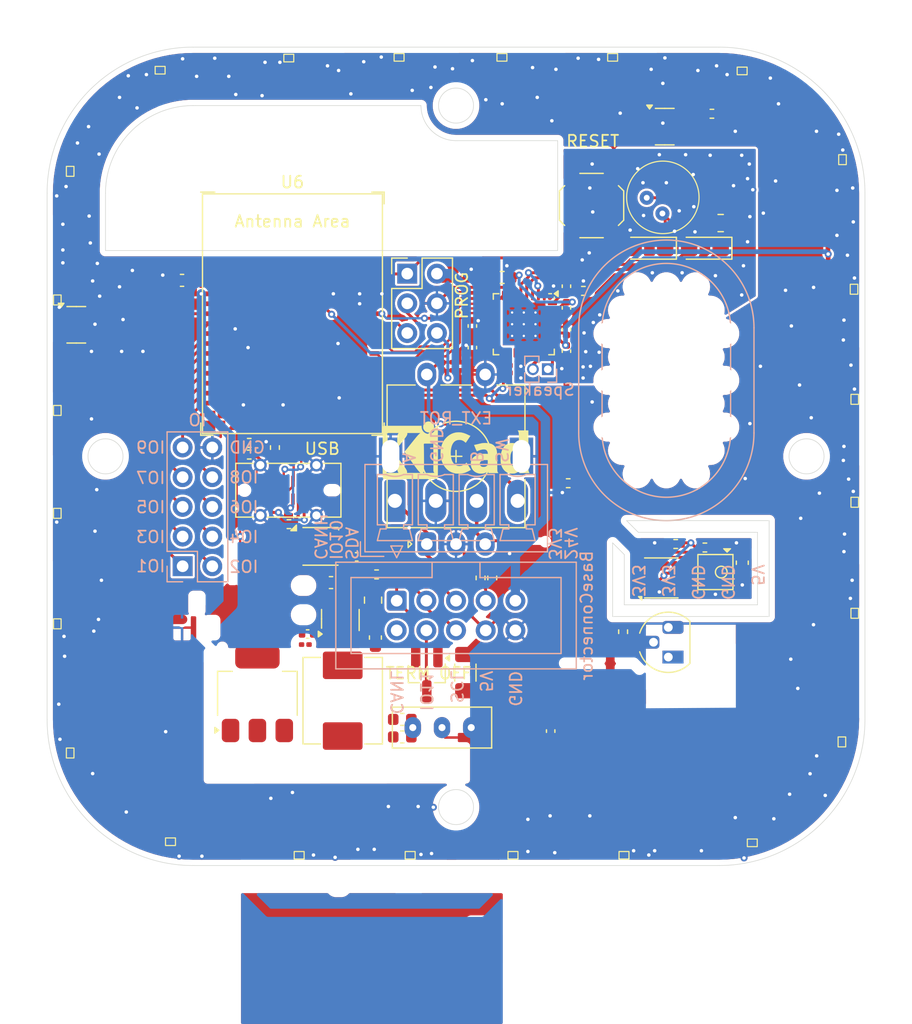
<source format=kicad_pcb>
(kicad_pcb (version 20241229) (generator "pcbnew") (generator_version "9.0")
  (layers (0 "F.Cu" signal) (2 "B.Cu" signal) (13 "F.Paste" user) (15 "B.Paste" user) (5 "F.SilkS" user "F.Silkscreen") (7 "B.SilkS" user "B.Silkscreen") (1 "F.Mask" user) (3 "B.Mask" user) (25 "Edge.Cuts" user))
  (net 0 "")
  (net 1 "GND")
  (net 2 "+5V")
  (net 3 "+3V3")
  (net 4 "ROT_A")
  (net 5 "ROT_B")
  (net 6 "/BOOT")
  (net 7 "Net-(U11-LMICN)")
  (net 8 "/FB")
  (net 9 "Net-(MK1--)")
  (net 10 "Net-(MK1-+)")
  (net 11 "Net-(U11-LMICP)")
  (net 12 "PROG_TX")
  (net 13 "USB+")
  (net 14 "PROG_RX")
  (net 15 "PROG_EN")
  (net 16 "PROG_IO0")
  (net 17 "USB-")
  (net 18 "GNDA")
  (net 19 "Net-(U11-MICBIAS)")
  (net 20 "Net-(U11-VREF)")
  (net 21 "+3.3VA")
  (net 22 "RGBLED")
  (net 23 "Net-(D2-DIN)")
  (net 24 "Net-(D11-DIN)")
  (net 25 "CANL")
  (net 26 "CANH")
  (net 27 "Net-(U11-RSPKOUT)")
  (net 28 "Net-(U11-LSPKOUT)")
  (net 29 "Net-(U3-Rs)")
  (net 30 "Net-(U11-MODE)")
  (net 31 "Onewire")
  (net 32 "Net-(R47-Pad1)")
  (net 33 "/B")
  (net 34 "IO1")
  (net 35 "IO7")
  (net 36 "IO6")
  (net 37 "IO9")
  (net 38 "IO3")
  (net 39 "IO5")
  (net 40 "IO2")
  (net 41 "IO4")
  (net 42 "IO8")
  (net 43 "CAN_TX")
  (net 45 "CAN_RX")
  (net 47 "I2S_FS")
  (net 49 "I2S_ADC")
  (net 50 "SDA")
  (net 52 "I2S_MCLK")
  (net 53 "I2S_DAC")
  (net 54 "Net-(D1-DOUT)")
  (net 55 "SCL")
  (net 58 "I2S_BCLK")
  (net 60 "Net-(D2-DOUT)")
  (net 61 "Net-(D3-DOUT)")
  (net 63 "Net-(D4-DOUT)")
  (net 64 "Net-(D5-DOUT)")
  (net 65 "Net-(D6-DOUT)")
  (net 66 "Net-(D7-DOUT)")
  (net 67 "Net-(D10-DIN)")
  (net 68 "Net-(R49-Pad2)")
  (net 70 "Net-(D10-DOUT)")
  (net 71 "+24V")
  (net 72 "/PSU_SW")
  (net 75 "Net-(D11-DOUT)")
  (net 76 "Net-(D12-DOUT)")
  (net 77 "Net-(D13-DOUT)")
  (net 78 "Net-(D14-DOUT)")
  (net 79 "Net-(D15-DOUT)")
  (net 80 "Net-(D16-DOUT)")
  (net 81 "Net-(D17-DOUT)")
  (net 82 "Net-(D18-DOUT)")
  (net 83 "Net-(D19-DOUT)")
  (net 84 "Net-(D20-DOUT)")
  (net 85 "Net-(D21-DOUT)")
  (net 86 "Net-(D22-DOUT)")
  (net 88 "/A")
  (net 89 "/S")
  (net 90 "SCL_EXT")
  (net 91 "SDA_EXT")
  (net 92 "Net-(J6-CC2)")
  (net 93 "Net-(J6-VBUS-PadA4)")
  (net 94 "Net-(J6-CC1)")
  (net 97 "VBUS_SENSE")
  (net 98 "IO10")
  (net 99 "IO11")
  (net 100 "Net-(D1-DIN)")
  (net 101 "Net-(U12-VDD)")
  (net 103 "Net-(Q1-G)")
  (net 107 "Net-(SW3-A)")
  (footprint "Capacitor_SMD:C_0201_0603Metric" (layer "F.Cu") (at 102.25 90.2 -90)
    (property "Reference" "C65" (hide yes))
    (property "Value" "u1")
  )
  (footprint "liebler_OPTO:XL-1615" (layer "F.Cu") (at 95.6 66.5 -90)
    (property "Reference" "D9" (hide yes))
    (property "Value" "XL-1615RGBC")
  )
  (footprint "Inductor_SMD:L_0603_1608Metric" (layer "F.Cu") (at 103.95 84.7 180)
    (property "Reference" "FB1" (hide yes))
    (property "Value" "600R")
  )
  (footprint "Capacitor_SMD:C_0201_0603Metric" (layer "F.Cu") (at 87.1 116.1)
    (property "Reference" "C11" (hide yes))
    (property "Value" "u1")
  )
  (footprint "Capacitor_SMD:C_0201_0603Metric" (layer "F.Cu") (at 133.15 87.4)
    (property "Reference" "C28" (hide yes))
    (property "Value" "u1")
  )
  (footprint "Capacitor_SMD:C_0201_0603Metric" (layer "F.Cu") (at 73.85 132.05 -90)
    (property "Reference" "C17" (hide yes))
    (property "Value" "u1")
  )
  (footprint "Resistor_SMD:R_0402_1005Metric" (layer "F.Cu") (at 103.1 110.4 90)
    (property "Reference" "R52" (hide yes))
    (property "Value" "3k3")
  )
  (footprint "liebler_OPTO:XL-1615" (layer "F.Cu") (at 86.1 133.5 90)
    (property "Reference" "D14" (hide yes))
    (property "Value" "XL-1615RGBC")
  )
  (footprint "Inductor_SMD:L_Abracon_ASPI-0630LR" (layer "F.Cu") (at 90.3 120.9 90)
    (property "Reference" "L4" (hide yes))
    (property "Value" "10uH")
  )
  (footprint "Resistor_SMD:R_0201_0603Metric" (layer "F.Cu") (at 91.5 109.5 180)
    (property "Reference" "R59" (hide yes))
    (property "Value" "M1")
  )
  (footprint "Capacitor_SMD:C_0603_1608Metric" (layer "F.Cu") (at 93.1 115.5 90)
    (property "Reference" "C79" (hide yes))
    (property "Value" "u1/35V")
  )
  (footprint "Resistor_SMD:R_0805_2012Metric_Pad1.20x1.40mm_HandSolder" (layer "F.Cu") (at 122.65 80.05 180)
    (property "Reference" "R23" (hide yes))
    (property "Value" "0R")
  )
  (footprint "Espressif:ESP32-S3-MINI-1" (layer "F.Cu") (at 86 90.35)
    (property "Reference" "U6")
    (property "Value" "ESP32-S3-MINI-1")
  )
  (footprint "Resistor_SMD:R_0201_0603Metric" (layer "F.Cu") (at 91.5 110.2 180)
    (property "Reference" "R60" (hide yes))
    (property "Value" "10k")
  )
  (footprint "Resistor_SMD:R_0201_0603Metric" (layer "F.Cu") (at 98.8 108.9 180)
    (property "Reference" "R4" (hide yes))
    (property "Value" "10k")
  )
  (footprint "Capacitor_SMD:C_0201_0603Metric" (layer "F.Cu") (at 132.15 76.35)
    (property "Reference" "C21" (hide yes))
    (property "Value" "u1")
  )
  (footprint "Resistor_SMD:R_0402_1005Metric" (layer "F.Cu") (at 121.3 107.8)
    (property "Reference" "R9" (hide yes))
    (property "Value" "k22")
  )
  (footprint "Capacitor_SMD:C_0201_0603Metric" (layer "F.Cu") (at 105.65 66.8 90)
    (property "Reference" "C14" (hide yes))
    (property "Value" "u1")
  )
  (footprint "Resistor_SMD:R_0402_1005Metric" (layer "F.Cu") (at 110.9 85.85 180)
    (property "Reference" "R24" (hide yes))
    (property "Value" "2k2")
  )
  (footprint "Resistor_SMD:R_0201_0603Metric" (layer "F.Cu") (at 101.7 83.3)
    (property "Reference" "R48" (hide yes))
    (property "Value" "10k")
  )
  (footprint "Capacitor_SMD:C_0402_1005Metric" (layer "F.Cu") (at 91.5 108.6)
    (property "Reference" "C82" (hide yes))
    (property "Value" "56p")
  )
  (footprint "liebler_OPTO:XL-1615" (layer "F.Cu") (at 104.4 133.5 90)
    (property "Reference" "D10" (hide yes))
    (property "Value" "XL-1615RGBC")
  )
  (footprint "liebler_OPTO:XL-1615" (layer "F.Cu") (at 113.878571 66.5 -90)
    (property "Reference" "D13" (hide yes))
    (property "Value" "XL-1615RGBC")
  )
  (footprint "liebler_OPTO:XL-1615" (layer "F.Cu") (at 113.9 133.5 90)
    (property "Reference" "D8" (hide yes))
    (property "Value" "XL-1615RGBC")
  )
  (footprint "liebler_OPTO:XL-1615" (layer "F.Cu") (at 66.5 95.6)
    (property "Reference" "D24" (hide yes))
    (property "Value" "XL-1615RGBC")
  )
  (footprint "Capacitor_SMD:C_0402_1005Metric" (layer "F.Cu") (at 101.4 90.7 -90)
    (property "Reference" "C50" (hide yes))
    (property "Value" "4u7")
  )
  (footprint "Capacitor_SMD:C_0402_1005Metric" (layer "F.Cu") (at 87.3 115.2)
    (property "Reference" "C12" (hide yes))
    (property "Value" "10u")
  )
  (footprint "liebler_OPTO:XL-1615" (layer "F.Cu") (at 104.402857 66.500001 -90)
    (property "Reference" "D11" (hide yes))
    (property "Value" "XL-1615RGBC")
  )
  (footprint "Capacitor_SMD:C_0201_0603Metric" (layer "F.Cu") (at 132.07 126.15)
    (property "Reference" "C33" (hide yes))
    (property "Value" "u1")
  )
  (footprint "liebler_OPTO:XL-1615" (layer "F.Cu") (at 67.6 75.15)
    (property "Reference" "D3" (hide yes))
    (property "Value" "XL-1615RGBC")
  )
  (footprint "liebler_OPTO:XL-1615" (layer "F.Cu") (at 133.5 104.402857 180)
    (property "Reference" "D23" (hide yes))
    (property "Value" "XL-1615RGBC")
  )
  (footprint "Capacitor_SMD:C_0201_0603Metric" (layer "F.Cu") (at 133.2 105.65)
    (property "Reference" "C19" (hide yes))
    (property "Value" "u1")
  )
  (footprint "Symbol:KiCad-Logo_5mm_SilkScreen" (layer "F.Cu") (at 100 100)
    (property "Reference" "CASE1" (hide yes))
    (property "Value" "Case" (hide yes))
  )
  (footprint "Resistor_SMD:R_0402_1005Metric" (layer "F.Cu") (at 84.5 99.25 90)
    (property "Reference" "R14" (hide yes))
    (property "Value" "5k1")
  )
  (footprint "Resistor_SMD:R_0201_0603Metric" (layer "F.Cu") (at 121.62 72.4 180)
    (property "Reference" "R61" (hide yes))
    (property "Value" "M1")
  )
  (footprint "liebler_MECH:SW_SPST_TL3342_smaller_handsolder" (layer "F.Cu") (at 111.6 78.55 90)
    (property "Reference" "SW4" (hide yes))
    (property "Value" "RESET")
  )
  (footprint "Capacitor_SMD:C_0201_0603Metric" (layer "F.Cu") (at 105.2 106.55 180)
    (property "Reference" "C7" (hide yes))
    (property "Value" "10n")
  )
  (footprint "Package_TO_SOT_SMD:SOT-223-3_TabPin2" (layer "F.Cu") (at 83 120.3 90)
    (property "Reference" "U4" (hide yes))
    (property "Value" "AMS1117-3.3")
  )
  (footprint "Capacitor_SMD:C_0201_0603Metric" (layer "F.Cu") (at 100.45 108.9 180)
    (property "Reference" "C6" (hide yes))
    (property "Value" "10n")
  )
  (footprint "Capacitor_SMD:C_0201_0603Metric" (layer "F.Cu") (at 76.4 67.9 90)
    (property "Reference" "C15" (hide yes))
    (property "Value" "u1")
  )
  (footprint "liebler_OPTO:XL-1615" (layer "F.Cu") (at 133.4375 86.183929 180)
    (property "Reference" "D19" (hide yes))
    (property "Value" "XL-1615RGBC")
  )
  (footprint "Capacitor_SMD:C_0201_0603Metric" (layer "F.Cu") (at 103.15 133.2 -90)
    (property "Reference" "C22" (hide yes))
    (property "Value" "u1")
  )
  (footprint "Resistor_SMD:R_1206_3216Metric_Pad1.30x1.75mm_HandSolder" (layer "F.Cu") (at 100.8 118.5 -90)
    (property "Reference" "R12" (hide yes))
    (property "Value" "K12")
  )
  (footprint "liebler_OPTO:XL-1615" (layer "F.Cu") (at 133.5 95.6 180)
    (property "Reference" "D21" (hide yes))
    (property "Value" "XL-1615RGBC")
  )
  (footprint "liebler_OPTO:XL-1615" (layer "F.Cu") (at 133.5 113.9 180)
    (property "Reference" "D2" (hide yes))
    (property "Value" "XL-1615RGBC")
  )
  (footprint "Capacitor_SMD:C_0402_1005Metric" (layer "F.Cu") (at 101.4 88.85 90)
    (property "Reference" "C49" (hide yes))
    (property "Value" "4u7")
  )
  (footprint "liebler_OPTO:XL-1615" (layer "F.Cu") (at 95.6 133.5 90)
    (property "Reference" "D12" (hide yes))
    (property "Value" "XL-1615RGBC")
  )
  (footprint "Capacitor_SMD:C_0201_0603Metric" (layer "F.Cu") (at 67.9 73.9 180)
    (property "Reference" "C29" (hide yes))
    (property "Value" "u1")
  )
  (footprint "Capacitor_SMD:C_0201_0603Metric" (layer "F.Cu") (at 84.85 133.2 -90)
    (property "Reference" "C32" (hide yes))
    (property "Value" "u1")
  )
  (footprint "Resistor_SMD:R_0201_0603Metric" (layer "F.Cu") (at 105.2 107.25 180)
    (property "Reference" "R7" (hide yes))
    (property "Value" "10k")
  )
  (footprint "Capacitor_Tantalum_SMD:CP_EIA-3216-10_Kemet-I" (layer "F.Cu") (at 116.55 82.2 180)
    (property "Reference" "C40" (hide yes))
    (property "Value" "1u")
  )
  (footprint "liebler_SEMICONDUCTORS:AHT21" (layer "F.Cu") (at 122.2 109.9 -90)
    (property "Reference" "U12" (hide yes))
    (property "Value" "AHT20")
  )
  (footprint "liebler_OPTO:XL-1615" (layer "F.Cu") (at 67.6 124.9)
    (property "Reference" "D18" (hide yes))
    (property "Value" "XL-1615RGBC")
  )
  (footprint "Resistor_SMD:R_0402_1005Metric" (layer "F.Cu") (at 93.2 110.1 180)
    (property "Reference" "R49" (hide yes))
    (property "Value" "3k3")
  )
  (footprint "liebler_OPTO:XL-1615" (layer "F.Cu") (at 132.4 124.9 180)
    (property "Reference" "D4" (hide yes))
    (property "Value" "XL-1615RGBC")
  )
  (footprint "Package_TO_SOT_SMD:SOT-23_Handsoldering" (layer "F.Cu") (at 97.5 118.6 -90)
    (property "Reference" "D25" (hide yes))
    (property "Value" "NUP2105")
  )
  (footprint "Capacitor_SMD:C_0805_2012Metric" (layer "F.Cu") (at 92.9 112.3 -90)
    (property "Reference" "C80" (hide yes))
    (property "Value" "10u/35V")
  )
  (footprint "Capacitor_SMD:C_0402_1005Metric" (layer "F.Cu") (at 109.45 91 -90)
    (property "Reference" "C52" (hide yes))
    (property "Value" "4u7")
  )
  (footprint "Capacitor_SMD:C_0603_1608Metric" (layer "F.Cu") (at 95.4 122.5)
    (property "Reference" "C83" (hide yes))
    (property "Value" "22u")
  )
  (footprint "Package_LGA:Bosch_LGA-8_3x3mm_P0.8mm_ClockwisePinNumbering" (layer "F.Cu") (at 117.5 110.4 90)
    (property "Reference" "U2" (hide yes))
    (property "Value" "BME680")
  )
  (footprint "Capacitor_SMD:C_0201_0603Metric" (layer "F.Cu") (at 133.2 115.15)
    (property "Reference" "C26" (hide yes))
    (property "Value" "u1")
  )
  (footprint "Capacitor_SMD:C_0201_0603Metric" (layer "F.Cu") (at 115.1 66.8 90)
    (property "Reference" "C27" (hide yes))
    (property "Value" "u1")
  )
  (footprint "Capacitor_SMD:C_0201_0603Metric" (layer "F.Cu") (at 68.6 86.65)
    (property "Reference" "C37" (hide yes))
    (property "Value" "u1")
  )
  (footprint "liebler_MECH:Switch_SS12D00" (layer "F.Cu") (at 98.8 123.2 180)
    (property "Reference" "SW3" (hide yes))
    (property "Value" "TERM OFF")
  )
  (footprint "Capacitor_SMD:C_0402_1005Metric" (layer "F.Cu") (at 109.45 89.15 90)
    (property "Reference" "C44" (hide yes))
    (property "Value" "4u7")
  )
  (footprint "Package_TO_SOT_SMD:SOT-23-5" (layer "F.Cu") (at 67.5 88.75)
    (property "Reference" "U5" (hide yes))
    (property "Value" "74AHCT1G125")
  )
  (footprint "Capacitor_SMD:C_0201_0603Metric" (layer "F.Cu") (at 123.65 132.15 -90)
    (property "Reference" "C36" (hide yes))
    (property "Value" "u1")
  )
  (footprint "Capacitor_SMD:C_0402_1005Metric" (layer "F.Cu") (at 109.45 87.3 -90)
    (property "Reference" "C51" (hide yes))
    (property "Value" "4u7")
  )
  (footprint "Resistor_SMD:R_0201_0603Metric" (layer "F.Cu") (at 100 91.95 180)
    (property "Reference" "R11" (hide yes))
    (property "Value" "10k")
  )
  (footprint "Resistor_SMD:R_0201_0603Metric" (layer "F.Cu") (at 102.05 84.4 -90)
    (property "Reference" "R47" (hide yes))
    (property "Value" "10k")
  )
  (footprint "Capacitor_SMD:C_0201_0603Metric" (layer "F.Cu") (at 96.85 66.83 90)
    (property "Reference" "C20" (hide yes))
    (property "Value" "u1")
  )
  (footprint "Capacitor_SMD:C_0201_0603Metric" (layer "F.Cu") (at 67.9 123.65 180)
    (property "Reference" "C24" (hide yes))
    (property "Value" "u1")
  )
  (footprint "Capacitor_SMD:C_0201_0603Metric" (layer "F.Cu") (at 85.9 107.7 90)
    (property "Reference" "C39" (hide yes))
    (property "Value" "u1")
  )
  (footprint "liebler_CONN:GT-USB-7051A" (layer "F.Cu") (at 85.65 102.9)
    (property "Reference" "J6" (hide yes))
    (property "Value" "USB")
  )
  (footprint "Package_TO_SOT_SMD:SOT-23-6_Handsoldering" (layer "F.Cu") (at 90.1 114 90)
    (property "Reference" "U27" (hide yes))
    (property "Value" "TPS54202DDC")
  )
  (footprint "Capacitor_SMD:C_0201_0603Metric" (layer "F.Cu") (at 100.6 83.65 -90)
    (property "Reference" "C38" (hide yes))
    (property "Value" "u1")
  )
  (footprint "liebler_MECH:RotaryEncoder_Alps_EC11E-Switch_Vertical_H20mm" (layer "F.Cu") (at 100 100 90)
    (property "Reference" "SW1" (hide yes))
    (property "Value" "Rotary_Encoder_Switch_with_Mountingpoint")
  )
  (footprint "Capacitor_SMD:C_0201_0603Metric" (layer "F.Cu") (at 94.35 133.2 -90)
    (property "Reference" "C25" (hide yes))
    (property "Value" "u1")
  )
  (footprint "Capacitor_SMD:C_0603_1608Metric" (layer "F.Cu") (at 76.55 84.95 180)
    (property "Reference" "C85" (hide yes))
    (property "Value" "22u")
  )
  (footprint "Resistor_SMD:R_0201_0603Metric" (layer "F.Cu") (at 98.9 92.3 90)
    (property "Reference" "R13" (hide yes))
    (property "Value" "10k")
  )
  (footprint "Capacitor_SMD:C_0201_0603Metric" (layer "F.Cu") (at 133.2 96.85)
    (property "Reference" "C35" (hide yes))
    (property "Value" "u1")
  )
  (footprint "Resistor_SMD:R_0402_1005Metric" (layer "F.Cu") (at 114.3 115 90)
    (property "Reference" "R46" (hide yes))
    (property "Value" "1k")
  )
  (footprint "Resistor_SMD:R_0402_1005Metric" (layer "F.Cu") (at 102.1 110.4 90)
    (property "Reference" "R53" (hide yes))
    (property "Value" "3k3")
  )
  (footprint "Resistor_SMD:R_0201_0603Metric" (layer "F.Cu") (at 104.65 92.55 -90)
    (property "Reference" "R26" (hide yes))
    (property "Value" "10k")
  )
  (footprint "liebler_OPTO:XL-1615" (layer "F.Cu") (at 75.0875 132.3375 90)
    (property "Reference" "D16" (hide yes))
    (property "Value" "XL-1615RGBC")
  )
  (footprint "Capacitor_SMD:C_0201_0603Metric" (layer "F.Cu") (at 112.65 133.2 -90)
    (property "Reference" "C18" (hide yes))
    (property "Value" "u1")
  )
  (footprint "liebler_OPTO:XL-1615" (layer "F.Cu") (at 75.15 67.6 -90)
    (property "Reference" "D5" (hide yes))
    (property "Value" "XL-1615RGBC")
  )
  (footprint "liebler_OPTO:XL-1615" (layer "F.Cu") (at 124.88028 132.432396 90)
    (property "Reference" "D6" (hide yes))
    (property "Value" "XL-1615RGBC")
  )
  (footprint "Resistor_SMD:R_0402_1005Metric" (layer "F.Cu") (at 109.6 102.3 180)
    (property "Reference" "R50" (hide yes))
    (property "Value" "3k3")
  )
  (footprint "Package_DFN_QFN:DFN-8-1EP_3x3mm_P0.65mm_EP1.55x2.4mm" (layer "F.Cu") (at 88.4 107.7)
    (property "Reference" "U3" (hide yes))
    (property "Value" "SIT3051TK")
  )
  (footprint "Resistor_SMD:R_0201_0603Metric" (layer "F.Cu") (at 102 108.9 180)
    (property "Reference" "R6" (hide yes))
    (property "Value" "10k")
  )
  (footprint "Capacitor_SMD:C_0201_0603Metric" (layer "F.Cu") (at 126.2 67.95 90)
    (property "Reference" "C34" (hide yes))
    (property "Value" "u1")
  )
  (footprint "Capacitor_SMD:C_0201_0603Metric" (layer "F.Cu") (at 123 107.9 180)
    (property "Reference" "C57" (hide yes))
    (property "Value" "u1")
  )
  (footprint "liebler_OPTO:XL-1615" (layer "F.Cu") (at 86.1625 66.5625 -90)
    (property "Reference" "D7" (hide yes))
    (property "Value" "XL-1615RGBC")
  )
  (footprint "Capacitor_SMD:C_0402_1005Metric" (layer "F.Cu") (at 109.45 85.45 90)
    (property "Reference" "C43" (hide yes))
    (property "Value" "4u7")
  )
  (footprint "Capacitor_SMD:C_0201_0603Metric" (layer "F.Cu") (at 108.1 121.7 90)
    (property "Reference" "C10" (hide yes))
    (property "Value" "u1")
  )
  (footprint "Resistor_SMD:R_0402_1005Metric" (layer "F.Cu") (at 121.9 70.7 180)
    (property "Reference" "R55" (hide yes))
    (property "Value" "1k")
  )
  (footprint "liebler_OPTO:XL-1615" (layer "F.Cu") (at 132.45 75.1 180)
    (property "Reference" "D17" (hide yes))
    (property "Value" "XL-1615RGBC")
  )
  (footprint "Resistor_SMD:R_0402_1005Metric" (layer "F.Cu") (at 118.8 107.5)
    (property "Reference" "R51" (hide yes))
    (property "Value" "3k3")
  )
  (footprint "Connector_PinHeader_2.54mm:PinHeader_2x03_P2.54mm_Vertical" (layer "F.Cu") (at 95.825 84.375)
    (property "Reference" "J32" (hide yes))
    (property "Value" "PROG")
  )
  (footprint "Package_TO_SOT_SMD:SOT-23-3" (layer "F.Cu") (at 117.8625 71.8)
    (property "Reference" "Q1" (hide yes))
    (property "Value" "Q_NMOS_GDS")
  )
  (footprint "Capacitor_SMD:C_0603_1608Metric" (layer "F.Cu") (at 95.4 124)
    (property "Reference" "C84" (hide yes))
    (property "Value" "22u")
  )
  (footprint "Resistor_SMD:R_0402_1005Metric" (layer "F.Cu") (at 82.3 98.85)
    (property "Reference" "R54" (hide yes))
    (property "Value" "3k3")
  )
  (footprint "Resistor_SMD:R_0201_0603Metric" (layer "F.Cu") (at 104.1 106.9 -90)
    (property "Reference" "R5" (hide yes))
    (property "Value" "10k")
  )
  (footprint "Capacitor_Tantalum_SMD:CP_EIA-3216-10_Kemet-I" (layer "F.Cu") (at 121.3 82.2 180)
    (property "Reference" "C41" (hide yes))
    (property "Value" "1u")
  )
  (footprint "Resistor_SMD:R_0402_1005Metric" (layer "F.Cu") (at 85.7 105.8 180)
    (property "Reference" "R15" (hide yes))
    (property "Value" "5k1")
  )
  (footprint "Package_DFN_QFN:QFN-32-1EP_5x5mm_P0.5mm_EP3.6x3.6mm_ThermalVias" (layer "F.Cu") (at 105.8 88.7 -90)
    (property "Reference" "U11" (hide yes))
    (property "Value" "NAU8822")
  )
  (footprint "Capacitor_SMD:C_0201_0603Metric" (layer "F.Cu") (at 100 92.65)
    (property "Reference" "C42" (hide yes))
    (property "Value" "10n")
  )
  (footprint "Capacitor_SMD:C_0201_0603Metric" (layer "F.Cu") (at 102.25 88.75 90)
    (property "Reference" "C66" (hide yes))
    (property "Value" "u1")
  )
  (footprint "Capacitor_SMD:C_0201_0603Metric" (layer "F.Cu") (at 66.8 103.15 180)
    (property "Reference" "C16" (hide yes))
    (property "Value" "u1")
  )
  (footprint "liebler_OPTO:XL-1615" (layer "F.Cu") (at 66.5 86.15)
    (property "Reference" "D1" (hide yes))
    (property "Value" "XL-1615RGBC")
  )
  (footprint "Capacitor_SMD:C_0201_0603Metric" (layer "F.Cu") (at 66.8 112.6 180)
    (property "Reference" "C31" (hide yes))
    (property "Value" "u1")
  )
  (footprint "Capacitor_SMD:C_0201_0603Metric" (layer "F.Cu") (at 119.6 111.2 90)
    (property "Reference" "C47" (hide yes))
    (property "Value" "u1")
  )
  (footprint "liebler_OPTO:XL-1615" (layer "F.Cu") (at 66.5 113.85)
    (property "Reference" "D20" (hide yes))
    (property "Value" "XL-1615RGBC")
  )
  (footprint "Capacitor_SMD:C_0201_0603Metric" (layer "F.Cu") (at 119.6 109.6 90)
    (property "Reference" "C46" (hide yes))
    (property "Value" "u1")
  )
  (footprint "Capacitor_SMD:C_0201_0603Metric" (layer "F.Cu") (at 87.4 66.9 90)
    (property "Reference" "C13" (hide yes))
    (property "Value" "u1")
  )
  (footprint "liebler_OPTO:XL-1615" (layer "F.Cu") (at 124.962501 67.6625 -90)
    (property "Reference" "D15" (hide yes))
    (property "Value" "XL-1615RGBC")
  )
  (footprint "Resistor_SMD:R_0402_1005Metric" (layer "F.Cu") (at 82.3 99.85)
    (property "Reference" "R16" (hide yes))
    (property "Value" "5k1")
  )
  (footprint "liebler_PASSIVES:Microphone_6mm" (layer "F.Cu") (at 117.7 77.85 135)
    (property "Reference" "MK1" (hide yes))
    (property "Value" "Mic")
  )
  (footprint "Resistor_SMD:R_0201_0603Metric" (layer "F.Cu") (at 89.5 105.6)
    (property "Reference" "R10" (hide yes))
    (property "Value" "10k")
  )
  (footprint "Capacitor_SMD:C_0201_0603Metric" (layer "F.Cu") (at 77.3 86.1 180)
    (property "Reference" "C45" (hide yes))
    (property "Value" "u1")
  )
  (footprint "Package_TO_SOT_THT:TO-92L_HandSolder" (layer "F.Cu") (at 118.17 117.17 90)
    (property "Reference" "U10" (hide yes))
    (property "Value" "DS18B20")
  )
  (footprint "Capacitor_SMD:C_0603_1608Metric" (layer "F.Cu") (at 124.5 109.1 90)
    (property "Reference" "C56" (hide yes))
    (property "Value" "22u")
  )
  (footprint "Capacitor_SMD:C_0402_1005Metric" (layer "F.Cu") (at 108.1 123.5 -90)
    (property "Reference" "C9" (hide yes))
    (property "Value" "10u")
  )
  (footprint "liebler_OPTO:XL-1615" (layer "F.Cu") (at 66.5 104.4)
    (property "Reference" "D22" (hide yes))
    (property "Value" "XL-1615RGBC")
  )
  (footprint "Capacitor_SMD:C_0201_0603Metric" (layer "F.Cu") (at 66.805 84.85 180)
    (property "Reference" "C30" (hide yes))
    (property "Value" "u1")
  )
  (footprint "NetTie:NetTie-2_SMD_Pad0.5mm" (layer "F.Cu") (at 109.45 93.85 90)
    (property "Reference" "NT1" (hide yes))
    (property "Value" "NetTie_2" (hide yes))
  )
  (footprint "Capacitor_SMD:C_0603_1608Metric" (layer "F.Cu") (at 89.3 110.8)
    (property "Reference" "C81" (hide yes))
    (property "Value" "u1/16V")
  )
  (footprint "Capacitor_SMD:C_0201_0603Metric" (layer "F.Cu") (at 66.8 94.35 180)
    (property "Reference" "C23" (hide yes))
    (property "Value" "u1")
  )
  (footprint "Connector_Phoenix_MC:PhoenixContact_MCV_1,5_4-G-3.5_1x04_P3.50mm_Vertical" (layer "B.Cu") (at 94.7675 103.8075)
    (property "Reference" "J5" (hide yes))
    (property "Value" "EXT_ROT")
  )
  (footprint "Connector_IDC:IDC-Header_2x05_P2.54mm_Vertical" (layer "B.Cu") (at 94.92 112.3475 -90)
    (property "Reference" "J3" (hide yes))
    (property "Value" "BaseConnector")
  )
  (footprint "Connector_PinHeader_1.27mm:PinHeader_1x02_P1.27mm_Vertical" (layer "B.Cu") (at 107.85 92.55 90)
    (property "Reference" "LS2" (hide yes))
    (property "Value" "Speaker")
  )
  (footprint "liebler_MECH:SPEAKER_2415" (layer "B.Cu") (at 118 93.5)
    (property "Reference" "LS1" (hide yes))
    (property "Value" "Speaker_withoutTerminals" (hide yes))
  )
  (footprint "Connector_PinHeader_2.54mm:PinHeader_2x05_P2.54mm_Vertical" (layer "B.Cu") (at 76.6 109.4)
    (property "Reference" "J2" (hide yes))
    (property "Value" "IO")
  )
  (gr_line (start 126.8 113.7) (end 126.8 105.5) (stroke (width 0.05)) (layer "Edge.Cuts"))
  (gr_arc (start 100 73) (mid 97.87868 72.12132) (end 97 70) (stroke (width 0.05)) (layer "Edge.Cuts"))
  (gr_circle (center 70 100) (end 70 98.5) (stroke (width 0.05)) (fill no) (layer "Edge.Cuts"))
  (gr_arc (start 77.5 135) (mid 68.661165 131.338835) (end 65 122.5) (stroke (width 0.05)) (layer "Edge.Cuts"))
  (gr_arc (start 135 122.5) (mid 131.338835 131.338835) (end 122.5 135) (stroke (width 0.05)) (layer "Edge.Cuts"))
  (gr_line (start 126.8 105.5) (end 114.6 105.5) (stroke (width 0.05)) (layer "Edge.Cuts"))
  (gr_line (start 77.5 70) (end 97 70) (stroke (width 0.05)) (layer "Edge.Cuts"))
  (gr_line (start 108.7 73) (end 108.7 82.4) (stroke (width 0.05)) (layer "Edge.Cuts"))
  (gr_line (start 122.5 65) (end 77.5 65) (stroke (width 0.05)) (layer "Edge.Cuts"))
  (gr_arc (start 65 77.5) (mid 68.661165 68.661165) (end 77.5 65) (stroke (width 0.05)) (layer "Edge.Cuts"))
  (gr_line (start 65 77.5) (end 65 122.5) (stroke (width 0.05)) (layer "Edge.Cuts"))
  (gr_arc (start 70 77.5) (mid 72.196699 72.196699) (end 77.5 70) (stroke (width 0.05)) (layer "Edge.Cuts"))
  (gr_line (start 113.4 107.4) (end 114.4 108.4) (stroke (width 0.05)) (layer "Edge.Cuts"))
  (gr_line (start 113.4 107.4) (end 113.4 113.7) (stroke (width 0.05)) (layer "Edge.Cuts"))
  (gr_line (start 108.7 82.4) (end 70 82.4) (stroke (width 0.05)) (layer "Edge.Cuts"))
  (gr_line (start 70 82.4) (end 70 77.5) (stroke (width 0.05)) (layer "Edge.Cuts"))
  (gr_line (start 125.8 106.5) (end 125.8 112.7) (stroke (width 0.05)) (layer "Edge.Cuts"))
  (gr_line (start 100 73) (end 108.7 73) (stroke (width 0.05)) (layer "Edge.Cuts"))
  (gr_line (start 115.6 106.5) (end 125.8 106.5) (stroke (width 0.05)) (layer "Edge.Cuts"))
  (gr_circle (center 130 100) (end 130 98.5) (stroke (width 0.05)) (fill no) (layer "Edge.Cuts"))
  (gr_line (start 114.6 105.5) (end 115.6 106.5) (stroke (width 0.05)) (layer "Edge.Cuts"))
  (gr_circle (center 100 70) (end 100 68.5) (stroke (width 0.05)) (fill no) (layer "Edge.Cuts"))
  (gr_line (start 77.5 135) (end 122.5 135) (stroke (width 0.05)) (layer "Edge.Cuts"))
  (gr_circle (center 100 130) (end 100 128.5) (stroke (width 0.05)) (fill no) (layer "Edge.Cuts"))
  (gr_line (start 135 122.5) (end 135 77.5) (stroke (width 0.05)) (layer "Edge.Cuts"))
  (gr_line (start 125.8 112.7) (end 114.4 112.7) (stroke (width 0.05)) (layer "Edge.Cuts"))
  (gr_arc (start 122.5 65) (mid 131.338835 68.661165) (end 135 77.5) (stroke (width 0.05)) (layer "Edge.Cuts"))
  (gr_line (start 114.4 108.4) (end 114.4 112.7) (stroke (width 0.05)) (layer "Edge.Cuts"))
  (gr_line (start 113.4 113.7) (end 126.8 113.7) (stroke (width 0.05)) (layer "Edge.Cuts"))
  (gr_text "IO6" (at 80.5 104.35 0) (layer "B.SilkS") (effects (font (size 1 1)) (justify right mirror)))
  (gr_text "IO8" (at 80.5 101.8 0) (layer "B.SilkS") (effects (font (size 1 1)) (justify right mirror)))
  (gr_text "IO5\n" (at 75.2 104.35 0) (layer "B.SilkS") (effects (font (size 1 1)) (justify left mirror)))
  (gr_text "24V" (at 109.8 108.95 270) (layer "B.SilkS") (effects (font (size 1 1)) (justify left mirror)))
  (gr_text "IO11" (at 97.45 118.25 270) (layer "B.SilkS") (effects (font (size 1 1)) (justify right mirror)))
  (gr_text "CANL" (at 94.9 118.25 270) (layer "B.SilkS") (effects (font (size 1 1)) (justify right mirror)))
  (gr_text "GND" (at 123.25 109.15 270) (layer "B.SilkS") (effects (font (size 1 1)) (justify right mirror)))
  (gr_text "IO7" (at 75.2 101.85 0) (layer "B.SilkS") (effects (font (size 1 1)) (justify left mirror)))
  (gr_text "GND" (at 105.05 118.25 270) (layer "B.SilkS") (effects (font (size 1 1)) (justify right mirror)))
  (gr_text "GND" (at 80.5 99.25 0) (layer "B.SilkS") (effects (font (size 1 1)) (justify right mirror)))
  (gr_text "3V3" (at 118.15 109.15 270) (layer "B.SilkS") (effects (font (size 1 1)) (justify right mirror)))
  (gr_text "IO1" (at 75.2 109.4 0) (layer "B.SilkS") (effects (font (size 1 1)) (justify left mirror)))
  (gr_text "IO3" (at 75.2 106.9 0) (layer "B.SilkS") (effects (font (size 1 1)) (justify left mirror)))
  (gr_text "IO4" (at 80.5 106.9 0) (layer "B.SilkS") (effects (font (size 1 1)) (justify right mirror)))
  (gr_text "GND" (at 120.7 109.15 270) (layer "B.SilkS") (effects (font (size 1 1)) (justify right mirror)))
  (gr_text "CANH" (at 88.4 108.95 270) (layer "B.SilkS") (effects (font (size 1 1)) (justify left mirror)))
  (gr_text "IO9" (at 75.2 99.25 0) (layer "B.SilkS") (effects (font (size 1 1)) (justify left mirror)))
  (gr_text "B" (at 101.75 100.65 270) (layer "B.SilkS") (effects (font (size 1 1)) (justify left mirror)))
  (gr_text "SW" (at 103.9 100.65 270) (layer "B.SilkS") (effects (font (size 1 1)) (justify left mirror)))
  (gr_text "A" (at 95.95 100.65 270) (layer "B.SilkS") (effects (font (size 1 1)) (justify left mirror)))
  (gr_text "5V" (at 102.55 118.25 270) (layer "B.SilkS") (effects (font (size 1 1)) (justify right mirror)))
  (gr_text "5V" (at 125.8 109.15 270) (layer "B.SilkS") (effects (font (size 1 1)) (justify right mirror)))
  (gr_text "IO10" (at 89.7 108.95 270) (layer "B.SilkS") (effects (font (size 1 1)) (justify left mirror)))
  (gr_text "SDA" (at 91.05 108.95 270) (layer "B.SilkS") (effects (font (size 1 1)) (justify left mirror)))
  (gr_text "3V3" (at 108.45 108.95 270) (layer "B.SilkS") (effects (font (size 1 1)) (justify left mirror)))
  (gr_text "IO2" (at 80.5 109.45 0) (layer "B.SilkS") (effects (font (size 1 1)) (justify right mirror)))
  (gr_text "SCL" (at 100.05 118.25 270) (layer "B.SilkS") (effects (font (size 1 1)) (justify right mirror)))
  (gr_text "GND" (at 98.3 100.65 270) (layer "B.SilkS") (effects (font (size 1 1)) (justify left mirror)))
  (gr_text "3V3" (at 115.6 109.15 270) (layer "B.SilkS") (effects (font (size 1 1)) (justify right mirror)))
  (segment (start 123.32 107.9) (end 123.5 107.9) (width 0.3) (layer "F.Cu") (net 1))
  (segment (start 83.76 98.74) (end 83.75 98.75) (width 0.2) (layer "F.Cu") (net 1))
  (segment (start 82.885 101.115) (end 82.885 102.14) (width 0.25) (layer "F.Cu") (net 1))
  (segment (start 97.46 114.8875) (end 97.46 120.06) (width 0.25) (layer "F.Cu") (net 1))
  (segment (start 131.356942 127.35) (end 130.75 127.35) (width 0.25) (layer "F.Cu") (net 1))
  (segment (start 119.6 110.88) (end 118.7675 110.88) (width 0.3) (layer "F.Cu") (net 1))
  (segment (start 124.5 107.9) (end 124 107.4) (width 0.3) (layer "F.Cu") (net 1))
  (segment (start 119.802298 109.28) (end 120.619 110.096702) (width 0.3) (layer "F.Cu") (net 1))
  (segment (start 119.6 109.28) (end 119.802298 109.28) (width 0.3) (layer "F.Cu") (net 1))
  (segment (start 118.6875 109.2) (end 119.52 109.2) (width 0.3) (layer "F.Cu") (net 1))
  (segment (start 113.5 71.2) (end 114.05 70.65) (width 0.25) (layer "F.Cu") (net 1))
  (segment (start 120.619 110.096702) (end 120.619 111.519) (width 0.3) (layer "F.Cu") (net 1))
  (segment (start 82 100.7) (end 82.81 99.89) (width 0.25) (layer "F.Cu") (net 1))
  (segment (start 102.25 90.52) (end 102.42 90.52) (width 0.25) (layer "F.Cu") (net 1))
  (segment (start 104.65 92.87) (end 104.65 94.05) (width 0.3) (layer "F.Cu") (net 1))
  (segment (start 83.25 100.75) (end 83.25 100.29) (width 0.25) (layer "F.Cu") (net 1))
  (segment (start 102.4 91.4) (end 102.18 91.18) (width 0.25) (layer "F.Cu") (net 1))
  (segment (start 104.85 94.25) (end 108.886454 94.25) (width 0.3) (layer "F.Cu") (net 1))
  (segment (start 103.35 88.45) (end 102.27 88.45) (width 0.25) (layer "F.Cu") (net 1))
  (segment (start 66.3625 89.7) (end 66.3625 90.8375) (width 0.25) (layer "F.Cu") (net 1))
  (segment (start 82 100.7) (end 82 101.35) (width 0.25) (layer "F.Cu") (net 1))
  (segment (start 65.875 86.625) (end 65.976146 86.625) (width 0.4) (layer "F.Cu") (net 1))
  (segment (start 108.886454 94.25) (end 108.986454 94.35) (width 0.3) (layer "F.Cu") (net 1))
  (segment (start 100.7 108.2) (end 100 107.5) (width 0.25) (layer "F.Cu") (net 1))
  (segment (start 102.8 90.9) (end 102.8 91.4) (width 0.25) (layer "F.Cu") (net 1))
  (segment (start 83.25 100.29) (end 82.81 99.85) (width 0.25) (layer "F.Cu") (net 1))
  (segment (start 117.776654 111.6) (end 116.3125 111.6) (width 0.3) (layer "F.Cu") (net 1))
  (segment (start 71.778248 130.498247) (end 71.778248 130.421752) (width 0.25) (layer "F.Cu") (net 1))
  (segment (start 66.3625 87.5625) (end 66.05 87.25) (width 0.4) (layer "F.Cu") (net 1))
  (segment (start 132.39 126.15) (end 132.39 126.316942) (width 0.25) (layer "F.Cu") (net 1))
  (segment (start 65.875 87.075) (end 66.05 87.25) (width 0.4) (layer "F.Cu") (net 1))
  (segment (start 118.7675 110.88) (end 118.6875 110.8) (width 0.3) (layer "F.Cu") (net 1))
  (segment (start 100.7 108.77) (end 100.7 108.2) (width 0.25) (layer "F.Cu") (net 1))
  (segment (start 120.9 111.8) (end 122.2 111.8) (width 0.3) (layer "F.Cu") (net 1))
  (segment (start 98.365 86.915) (end 97.165 86.915) (width 0.25) (layer "F.Cu") (net 1))
  (segment (start 65.875 86.625) (end 65.875 87.075) (width 0.4) (layer "F.Cu") (net 1))
  (segment (start 98.365 86.915) (end 99.297 85.983) (width 0.25) (layer "F.Cu") (net 1))
  (segment (start 102.8 91.4) (end 102.4 91.4) (width 0.25) (layer "F.Cu") (net 1))
  (segment (start 120.619 111.519) (end 120.9 111.8) (width 0.3) (layer "F.Cu") (net 1))
  (segment (start 99.297 85.983) (end 102.55 85.983) (width 0.25) (layer "F.Cu") (net 1))
  (segment (start 66.5 86.101146) (end 66.5 84.15) (width 0.4) (layer "F.Cu") (net 1))
  (segment (start 100.77 108.84) (end 100.7 108.77) (width 0.25) (layer "F.Cu") (net 1))
  (segment (start 66.3625 90.8375) (end 66.35 90.85) (width 0.25) (layer "F.Cu") (net 1))
  (segment (start 97.165 86.915) (end 97.15 86.9) (width 0.25) (layer "F.Cu") (net 1))
  (segment (start 100.32 92.65) (end 102.15 92.65) (width 0.25) (layer "F.Cu") (net 1))
  (segment (start 132.39 126.316942) (end 131.356942 127.35) (width 0.25) (layer "F.Cu") (net 1))
  (segment (start 100.77 108.9) (end 100.77 108.84) (width 0.25) (layer "F.Cu") (net 1))
  (segment (start 97.46 120.06) (end 97.5 120.1) (width 0.25) (layer "F.Cu") (net 1))
  (segment (start 73.85 132.37) (end 73.650001 132.37) (width 0.25) (layer "F.Cu") (net 1))
  (segment (start 124.5 108.325) (end 124.5 107.9) (width 0.3) (layer "F.Cu") (net 1))
  (segment (start 119.52 109.2) (end 119.6 109.28) (width 0.3) (layer "F.Cu") (net 1))
  (segment (start 118.576654 110.8) (end 117.776654 111.6) (width 0.3) (layer "F.Cu") (net 1))
  (segment (start 100.6 83.97) (end 101.27 83.97) (width 0.25) (layer "F.Cu") (net 1))
  (segment (start 65.976146 86.625) (end 66.5 86.101146) (width 0.4) (layer "F.Cu") (net 1))
  (segment (start 66.3625 87.8) (end 66.3625 87.5625) (width 0.4) (layer "F.Cu") (net 1))
  (segment (start 118.6875 110.8) (end 118.576654 110.8) (width 0.3) (layer "F.Cu") (net 1))
  (segment (start 73.650001 132.37) (end 71.778248 130.498247) (width 0.25) (layer "F.Cu") (net 1))
  (segment (start 113.5 75.25) (end 113.5 71.2) (width 0.25) (layer "F.Cu") (net 1))
  (segment (start 123.5 107.9) (end 124 107.4) (width 0.3) (layer "F.Cu") (net 1))
  (segment (start 113.5 81.85) (end 113.5 75.25) (width 0.25) (layer "F.Cu") (net 1))
  (segment (start 84.5 98.74) (end 83.76 98.74) (width 0.2) (layer "F.Cu") (net 1))
  (segment (start 108.986454 94.35) (end 109.45 94.35) (width 0.3) (layer "F.Cu") (net 1))
  (segment (start 83.25 100.75) (end 82.885 101.115) (width 0.25) (layer "F.Cu") (net 1))
  (segment (start 101.27 83.97) (end 101.3 84) (width 0.25) (layer "F.Cu") (net 1))
  (segment (start 104.65 94.05) (end 104.85 94.25) (width 0.3) (layer "F.Cu") (net 1))
  (segment (start 102.42 90.52) (end 102.8 90.9) (width 0.25) (layer "F.Cu") (net 1))
  (segment (start 102.18 91.18) (end 101.4 91.18) (width 0.25) (layer "F.Cu") (net 1))
  (via (at 103.95 69.85) (size 0.6) (drill 0.3) (layers "F.Cu" "B.Cu") (net 1))
  (via (at 124.75 101.9) (size 0.6) (drill 0.3) (layers "F.Cu" "B.Cu") (net 1))
  (via (at 74.9 84.5) (size 0.6) (drill 0.3) (layers "F.Cu" "B.Cu") (net 1))
  (via (at 97.85 68.45) (size 0.6) (drill 0.3) (layers "F.Cu" "B.Cu") (net 1))
  (via (at 65.823911 77.723911) (size 0.6) (drill 0.3) (layers "F.Cu" "B.Cu") (net 1))
  (via (at 102.55 69.5) (size 0.6) (drill 0.3) (layers "F.Cu" "B.Cu") (net 1))
  (via (at 69.45 74.15) (size 0.6) (drill 0.3) (layers "F.Cu" "B.Cu") (net 1))
  (via (at 93.6 65.85) (size 0.6) (drill 0.3) (layers "F.Cu" "B.Cu") (net 1))
  (via (at 132.6 81.1) (size 0.6) (drill 0.3) (layers "F.Cu" "B.Cu") (net 1))
  (via (at 133.6 101.95) (size 0.6) (drill 0.3) (layers "F.Cu" "B.Cu") (net 1))
  (via (at 121 133.732396) (size 0.6) (drill 0.3) (layers "F.Cu" "B.Cu") (net 1))
  (via (at 92.1 66.25) (size 0.6) (drill 0.3) (layers "F.Cu" "B.Cu") (net 1))
  (via (at 96.760343 129.95) (size 0.6) (drill 0.3) (layers "F.Cu" "B.Cu") (net 1))
  (via (at 86 128.75) (size 0.6) (drill 0.3) (layers "F.Cu" "B.Cu") (net 1))
  (via (at 131.6 129) (size 0.6) (drill 0.3) (layers "F.Cu" "B.Cu") (net 1))
  (via (at 126.3 79.2) (size 0.6) (drill 0.3) (layers "F.Cu" "B.Cu") (net 1))
  (via (at 126.05 92.3) (size 0.6) (drill 0.3) (layers "F.Cu" "B.Cu") (net 1))
  (via (at 69.1 106.4) (size 0.6) (drill 0.3) (layers "F.Cu" "B.Cu") (net 1))
  (via (at 117.7 71.5) (size 0.6) (drill 0.3) (layers "F.Cu" "B.Cu") (net 1))
  (via (at 123.2 67.35) (size 0.6) (drill 0.3) (layers "F.Cu" "B.Cu") (net 1))
  (via (at 72.3 84.1) (size 0.6) (drill 0.3) (layers "F.Cu" "B.Cu") (net 1))
  (via (at 83.652307 66.3) (size 0.6) (drill 0.3) (layers "F.Cu" "B.Cu") (net 1))
  (via (at 126.9 67.65) (size 0.6) (drill 0.3) (layers "F.Cu" "B.Cu") (net 1))
  (via (at 91.6 133.615) (size 0.6) (drill 0.3) (layers "F.Cu" "B.Cu") (net 1))
  (via (at 69.25 102.85) (size 0.6) (drill 0.3) (layers "F.Cu" "B.Cu") (net 1))
  (via (at 133.95 77.05) (size 0.6) (drill 0.3) (layers "F.Cu" "B.Cu") (net 1))
  (via (at 79.35 65.95) (size 0.6) (drill 0.3) (layers "F.Cu" "B.Cu") (net 1))
  (via (at 134.1 94.25) (size 0.6) (drill 0.3) (layers "F.Cu" "B.Cu") (net 1))
  (via (at 69.3 83.5) (size 0.6) (drill 0.3) (layers "F.Cu" "B.Cu") (net 1))
  (via (at 132.75 72.45) (size 0.6) (drill 0.3) (layers "F.Cu" "B.Cu") (net 1))
  (via (at 81.1 89.1) (size 0.6) (drill 0.3) (layers "F.Cu" "B.Cu") (net 1))
  (via (at 66.623911 76.923911) (size 0.6) (drill 0.3) (layers "F.Cu" "B.Cu") (net 1))
  (via (at 116.7 66.9) (size 0.6) (drill 0.3) (layers "F.Cu" "B.Cu") (net 1))
  (via (at 82.2 90.7) (size 0.6) (drill 0.3) (layers "F.Cu" "B.Cu") (net 1))
  (via (at 65.823911 105.623911) (size 0.6) (drill 0.3) (layers "F.Cu" "B.Cu") (net 1))
  (via (at 97.904835 133.971967) (size 0.6) (drill 0.3) (layers "F.Cu" "B.Cu") (net 1))
  (via (at 130.593068 114.4) (size 0.6) (drill 0.3) (layers "F.Cu" "B.Cu") (net 1))
  (via (at 94.212192 129.95) (size 0.6) (drill 0.3) (layers "F.Cu" "B.Cu") (net 1))
  (via (at 133.5 82.8) (size 0.6) (drill 0.3) (layers "F.Cu" "B.Cu") (net 1))
  (via (at 133.2 88.35) (size 0.6) (drill 0.3) (layers "F.Cu" "B.Cu") (net 1))
  (via (at 111.45 130.75) (size 0.6) (drill 0.3) (layers "F.Cu" "B.Cu") (net 1))
  (via (at 117 133.732396) (size 0.6) (drill 0.3) (layers "F.Cu" "B.Cu") (net 1))
  (via (at 130.4 96.7) (size 0.6) (drill 0.3) (layers "F.Cu" "B.Cu") (net 1))
  (via (at 130.6 85.55) (size 0.6) (drill 0.3) (layers "F.Cu" "B.Cu") (net 1))
  (via (at 133.8 92.2) (size 0.6) (drill 0.3) (layers "F.Cu" "B.Cu") (net 1))
  (via (at 133.15 100.35) (size 0.6) (drill 0.3) (layers "F.Cu" "B.Cu") (net 1))
  (via (at 129.5 105.3) (size 0.6) (drill 0.3) (layers "F.Cu" "B.Cu") (net 1))
  (via (at 117.876089 65.923911) (size 0.6) (drill 0.3) (layers "F.Cu" "B.Cu") (net 1))
  (via (at 128.55 128.9) (size 0.6) (drill 0.3) (layers "F.Cu" "B.Cu") (net 1))
  (via (at 116.5 134.1) (size 0.6) (drill 0.3) (layers "F.Cu" "B.Cu") (net 1))
  (via (at 71.2 69.3) (size 0.6) (drill 0.3) (layers "F.Cu" "B.Cu") (net 1))
  (via (at 128.2 85.8) (size 0.6) (drill 0.3) (layers "F.Cu" "B.Cu") (net 1))
  (via (at 122.2 111.8) (size 0.6) (drill 0.3) (layers "F.Cu" "B.Cu") (net 1))
  (via (at 127.6 69.85) (size 0.6) (drill 0.3) (layers "F.Cu" "B.Cu") (net 1))
  (via (at 115.2 133.732396) (size 0.6) (drill 0.3) (layers "F.Cu" "B.Cu") (net 1))
  (via (at 68.8 96.8) (size 0.6) (drill 0.3) (layers "F.Cu" "B.Cu") (net 1))
  (via (at 125.15 97.2) (size 0.6) (drill 0.3) (layers "F.Cu" "B.Cu") (net 1))
  (via (at 69.1 88.7) (size 0.6) (drill 0.3) (layers "F.Cu" "B.Cu") (net 1))
  (via (at 124.5 111) (size 0.6) (drill 0.3) (layers "F.Cu" "B.Cu") (net 1))
  (via (at 96.25 68.7) (size 0.6) (drill 0.3) (layers "F.Cu" "B.Cu") (net 1))
  (via (at 133.2 99.15) (size 0.6) (drill 0.3) (layers "F.Cu" "B.Cu") (net 1))
  (via (at 80.55 67.5) (size 0.6) (drill 0.3) (layers "F.Cu" "B.Cu") (net 1))
  (via (at 76.3 134.2) (size 0.6) (drill 0.3) (layers "F.Cu" "B.Cu") (net 1))
  (via (at 93 133.615) (size 0.6) (drill 0.3) (layers "F.Cu" "B.Cu") (net 1))
  (via (at 66.1 124.2) (size 0.6) (drill 0.3) (layers "F.Cu" "B.Cu") (net 1))
  (via (at 123.9 130.9) (size 0.6) (drill 0.3) (layers "F.Cu" "B.Cu") (net 1))
  (via (at 89.65 134.3) (size 0.6) (drill 0.3) (layers "F.Cu" "B.Cu") (net 1))
  (via (at 130.865672 125.620146) (size 0.6) (drill 0.3) (layers "F.Cu" "B.Cu") (net 1))
  (via (at 106.15 133.8) (size 0.6) (drill 0.3) (layers "F.Cu" "B.Cu") (net 1))
  (via (at 133.25 106.65) (size 0.6) (drill 0.3) (layers "F.Cu" "B.Cu") (net 1))
  (via (at 69.65 110.6) (size 0.6) (drill 0.3) (layers "F.Cu" "B.Cu") (net 1))
  (via (at 114.05 70.65) (size 0.6) (drill 0.3) (layers "F.Cu" "B.Cu") (net 1))
  (via (at 89.5 86.1) (size 0.6) (drill 0.3) (layers "F.Cu" "B.Cu") (net 1))
  (via (at 112.2 66.05) (size 0.6) (drill 0.3) (layers "F.Cu" "B.Cu") (net 1))
  (via (at 66.5 117.1) (size 0.6) (drill 0.3) (layers "F.Cu" "B.Cu") (net 1))
  (via (at 123.9 72.2) (size 0.6) (drill 0.3) (layers "F.Cu" "B.Cu") (net 1))
  (via (at 134.1 84.75) (size 0.6) (drill 0.3) (layers "F.Cu" "B.Cu") (net 1))
  (via (at 91.75 86.1) (size 0.6) (drill 0.3) (layers "F.Cu" "B.Cu") (net 1))
  (via (at 110.45 65.95) (size 0.6) (drill 0.3) (layers "F.Cu" "B.Cu") (net 1))
  (via (at 66.35 80.15) (size 0.6) (drill 0.3) (layers "F.Cu" "B.Cu") (net 1))
  (via (at 73.5 67.35) (size 0.6) (drill 0.3) (layers "F.Cu" "B.Cu") (net 1))
  (via (at 69.4 113.95) (size 0.6) (drill 0.3) (layers "F.Cu" "B.Cu") (net 1))
  (via (at 89 66.6) (size 0.6) (drill 0.3) (layers "F.Cu" "B.Cu") (net 1))
  (via (at 66.05 87.25) (size 0.6) (drill 0.3) (layers "F.Cu" "B.Cu") (net 1))
  (via (at 108.05 130.75) (size 0.6) (drill 0.3) (layers "F.Cu" "B.Cu") (net 1))
  (via (at 128.7 88.85) (size 0.6) (drill 0.3) (layers "F.Cu" "B.Cu") (net 1))
  (via (at 108.2 71.3) (size 0.6) (drill 0.3) (layers "F.Cu" "B.Cu") (net 1))
  (via (at 106.95 69.3) (size 0.6) (drill 0.3) (layers "F.Cu" "B.Cu") (net 1))
  (via (at 133.9 110.6) (size 0.6) (drill 0.3) (layers "F.Cu" "B.Cu") (net 1))
  (via (at 83.75 98.75) (size 0.6) (drill 0.3) (layers "F.Cu" "B.Cu") (net 1))
  (via (at 134 79.95) (size 0.6) (drill 0.3) (layers "F.Cu" "B.Cu") (net 1))
  (via (at 69 114.95) (size 0.6) (drill 0.3) (layers "F.Cu" "B.Cu") (net 1))
  (via (at 130.85 72.2) (size 0.6) (drill 0.3) (layers "F.Cu" "B.Cu") (net 1))
  (via (at 68.9 127.134887) (size 0.6) (drill 0.3) (layers "F.Cu" "B.Cu") (net 1))
  (via (at 108.45 133.9) (size 0.6) (drill 0.3) (layers "F.Cu" "B.Cu") (net 1))
  (via (at 97 134.05) (size 0.6) (drill 0.3) (layers "F.Cu" "B.Cu") (net 1))
  (via (at 127.2 131) (size 0.6) (drill 0.3) (layers "F.Cu" "B.Cu") (net 1))
  (via (at 66 121.2) (size 0.6) (drill 0.3) (layers "F.Cu" "B.Cu") (net 1))
  (via (at 98.05647 130.014287) (size 0.6) (drill 0.3) (layers "F.Cu" "B.Cu") (net 1))
  (via (at 68.55 71.8) (size 0.6) (drill 0.3) (layers "F.Cu" "B.Cu") (net 1))
  (via (at 129.25 119.85) (size 0.6) (drill 0.3) (layers "F.Cu" "B.Cu") (net 1))
  (via (at 68.6 79.45) (size 0.6) (drill 0.3) (layers "F.Cu" "B.Cu") (net 1))
  (via (at 78.25 134.2) (size 0.6) (drill 0.3) (layers "F.Cu" "B.Cu") (net 1))
  (via (at 129.4 93.9) (size 0.6) (drill 0.3) (layers "F.Cu" "B.Cu") (net 1))
  (via (at 89.9 90.35) (size 0.6) (drill 0.3) (layers "F.Cu" "B.Cu") (net 1))
  (via (at 85.2 95.6) (size 0.6) (drill 0.3) (layers "F.Cu" "B.Cu") (net 1))
  (via (at 99.7 66.85) (size 0.6) (drill 0.3) (layers "F.Cu" "B.Cu") (net 1))
  (via (at 76.6 66) (size 0.6) (drill 0.3) (layers "F.Cu" "B.Cu") (net 1))
  (via (at 101.9 88.4) (size 0.6) (drill 0.3) (layers "F.Cu" "B.Cu") (net 1))
  (via (at 133.15 90.05) (size 0.6) (drill 0.3) (layers "F.Cu" "B.Cu") (net 1))
  (via (at 71.2 85.5) (size 0.6) (drill 0.3) (layers "F.Cu" "B.Cu") (net 1))
  (via (at 68.9 85) (size 0.6) (drill 0.3) (layers "F.Cu" "B.Cu") (net 1))
  (via (at 71.95 67.45) (size 0.6) (drill 0.3) (layers "F.Cu" "B.Cu") (net 1))
  (via (at 93.65 86.1) (size 0.6) (drill 0.3) (layers "F.Cu" "B.Cu") (net 1))
  (via (at 71.380051 91.025) (size 0.6) (drill 0.3) (layers "F.Cu" "B.Cu") (net 1))
  (via (at 66.35 83.45) (size 0.6) (drill 0.3) (layers "F.Cu" "B.Cu") (net 1))
  (via (at 67.6 73.2) (size 0.6) (drill 0.3) (layers "F.Cu" "B.Cu") (net 1))
  (via (at 98.2 66.7) (size 0.6) (drill 0.3) (layers "F.Cu" "B.Cu") (net 1))
  (via (at 73.202618 91.025) (size 0.6) (drill 0.3) (layers "F.Cu" "B.Cu") (net 1))
  (via (at 72.7 70.2) (size 0.6) (drill 0.3) (layers "F.Cu" "B.Cu") (net 1))
  (via (at 66.45 115.4) (size 0.6) (drill 0.3) (layers "F.Cu" "B.Cu") (net 1))
  (via (at 91.75 86.95) (size 0.6) (drill 0.3) (layers "F.Cu" "B.Cu") (net 1))
  (via (at 117.7 68.1) (size 0.6) (drill 0.3) (layers "F.Cu" "B.Cu") (net 1))
  (via (at 124 107.4) (size 0.6) (drill 0.3) (layers "F.Cu" "B.Cu") (net 1))
  (via (at 131.1 103.15) (size 0.6) (drill 0.3) (layers "F.Cu" "B.Cu") (net 1))
  (via (at 89.95 67) (size 0.6) (drill 0.3) (layers "F.Cu" "B.Cu") (net 1))
  (via (at 117 107.4) (size 0.6) (drill 0.3) (layers "F.Cu" "B.Cu") (net 1))
  (via (at 127.35 76.45) (size 0.6) (drill 0.3) (layers "F.Cu" "B.Cu") (net 1))
  (via (at 81.8 95.6) (size 0.6) (drill 0.3) (layers "F.Cu" "B.Cu") (net 1))
  (via (at 101.4 66.15) (size 0.6) (drill 0.3) (layers "F.Cu" "B.Cu") (net 1))
  (via (at 95.993522 106.106478) (size 0.6) (drill 0.3) (layers "F.Cu" "B.Cu") (net 1))
  (via (at 91 69) (size 0.6) (drill 0.3) (layers "F.Cu" "B.Cu") (net 1))
  (via (at 71.778248 130.421752) (size 0.6) (drill 0.3) (layers "F.Cu" "B.Cu") (net 1))
  (via (at 108.55 66.9) (size 0.6) (drill 0.3) (layers "F.Cu" "B.Cu") (net 1))
  (via (at 84.924263 66.3) (size 0.6) (drill 0.3) (layers "F.Cu" "B.Cu") (net 1))
  (via (at 134 103) (size 0.6) (drill 0.3) (layers "F.Cu" "B.Cu") (net 1))
  (via (at 66.35 82.35) (size 0.6) (drill 0.3) (layers "F.Cu" "B.Cu") (net 1))
  (via (at 133.2 108.15) (size 0.6) (drill 0.3) (layers "F.Cu" "B.Cu") (net 1))
  (via (at 75.15 123.55) (size 0.6) (drill 0.3) (layers "F.Cu" "B.Cu") (net 1))
  (via (at 87.8 134.1) (size 0.6) (drill 0.3) (layers "F.Cu" "B.Cu") (net 1))
  (via (at 90 95) (size 0.6) (drill 0.3) (layers "F.Cu" "B.Cu") (net 1))
  (via (at 111.65 95.35) (size 0.6) (drill 0.3) (layers "F.Cu" "B.Cu") (net 1))
  (via (at 81.15 69.05) (size 0.6) (drill 0.3) (layers "F.Cu" "B.Cu") (net 1))
  (via (at 120.7 67) (size 0.6) (drill 0.3) (layers "F.Cu" "B.Cu") (net 1))
  (via (at 101.3 84) (size 0.6) (drill 0.3) (layers "F.Cu" "B.Cu") (net 1))
  (via (at 132.6 77.25) (size 0.6) (drill 0.3) (layers "F.Cu" "B.Cu") (net 1))
  (via (at 122.3 66.6) (size 0.6) (drill 0.3) (layers "F.Cu" "B.Cu") (net 1))
  (via (at 128.65 117.35) (size 0.6) (drill 0.3) (layers "F.Cu" "B.Cu") (net 1))
  (via (at 84.15 129.25) (size 0.6) (drill 0.3) (layers "F.Cu" "B.Cu") (net 1))
  (via (at 130.3 127.15) (size 0.6) (drill 0.3) (layers "F.Cu" "B.Cu") (net 1))
  (via (at 117.4 111.6) (size 0.6) (drill 0.3) (layers "F.Cu" "B.Cu") (net 1))
  (via (at 68.8 91.025) (size 0.6) (drill 0.3) (layers "F.Cu" "B.Cu") (net 1))
  (via (at 83.4 69.15) (size 0.6) (drill 0.3) (layers "F.Cu" "B.Cu") (net 1))
  (via (at 133.1 73.8) (size 0.6) (drill 0.3) (layers "F.Cu" "B.Cu") (net 1))
  (via (at 133.75 112.15) (size 0.6) (drill 0.3) (layers "F.Cu" "B.Cu") (net 1))
  (via (at 68.7 81.75) (size 0.6) (drill 0.3) (layers "F.Cu" "B.Cu") (net 1))
  (via (at 69.5 86.3) (size 0.6) (drill 0.3) (layers "F.Cu" "B.Cu") (net 1))
  (via (at 71.5 88.3) (size 0.6) (drill 0.3) (layers "F.Cu" "B.Cu") (net 1))
  (via (at 106.55 66.75) (size 0.6) (drill 0.3) (layers "F.Cu" "B.Cu") (net 1))
  (via (at 106.15 131.05) (size 0.6) (drill 0.3) (layers "F.Cu" "B.Cu") (net 1))
  (via (at 77.8 67.5) (size 0.6) (drill 0.3) (layers "F.Cu" "B.Cu") (net 1))
  (via (at 124.65 134.35) (size 0.6) (drill 0.3) (layers "F.Cu" "B.Cu") (net 1))
  (segment (start 81.413435 132.665) (end 81.412434 132.664) (width 0.8) (layer "F.Cu") (net 2))
  (segment (start 108.25 89.95) (end 108.78 89.95) (width 0.25) (layer "F.Cu") (net 2))
  (segment (start 132.269 87.961) (end 132.269 95.694) (width 0.4) (layer "F.Cu") (net 2))
  (segment (start 85.669 132.44701) (end 85.669 132.665) (width 0.8) (layer "F.Cu") (net 2))
  (segment (start 132.269 97.461) (end 132.269 104.496857) (width 0.4) (layer "F.Cu") (net 2))
  (segment (start 69.016995 125.916995) (end 69.031 125.90299) (width 0.8) (layer "F.Cu") (net 2))
  (segment (start 103.925 132.875) (end 103.155 132.875) (width 0.4) (layer "F.Cu") (net 2))
  (segment (start 105.65 67.12) (end 106.261 67.731) (width 0.4) (layer "F.Cu") (net 2))
  (segment (start 115.37 67.12) (end 117.2 68.95) (width 0.4) (layer "F.Cu") (net 2))
  (segment (start 67.125 113.375) (end 67.125 112.605) (width 0.4) (layer "F.Cu") (net 2))
  (segment (start 69.031 125.90299) (end 69.031 124.84701) (width 0.8) (layer "F.Cu") (net 2))
  (segment (start 104.4 129.7) (end 104.4 130.9) (width 0.8) (layer "F.Cu") (net 2))
  (segment (start 97.954897 132.069) (end 95.54701 132.069) (width 0.8) (layer "F.Cu") (net 2))
  (segment (start 85.825 68.225) (end 86.6375 67.4125) (width 0.4) (layer "F.Cu") (net 2))
  (segment (start 132.8125 86.658929) (end 132.5875 86.658929) (width 0.4) (layer "F.Cu") (net 2))
  (segment (start 67.731 102.539) (end 67.731 95.506) (width 0.4) (layer "F.Cu") (net 2))
  (segment (start 67.12 103.15) (end 67.731 102.539) (width 0.4) (layer "F.Cu") (net 2))
  (segment (start 112.039 132.269) (end 104.306 132.269) (width 0.4) (layer "F.Cu") (net 2))
  (segment (start 132.88 114.38) (end 132.875 114.375) (width 0.4) (layer "F.Cu") (net 2))
  (segment (start 86.67 67.22) (end 87.4 67.22) (width 0.4) (layer "F.Cu") (net 2))
  (segment (start 67.12 95.12) (end 67.125 95.125) (width 0.4) (layer "F.Cu") (net 2))
  (segment (start 114.368854 131.83) (end 113.425 132.773854) (width 0.4) (layer "F.Cu") (net 2))
  (segment (start 129.698063 126.289613) (end 124.40528 131.582396) (width 0.4) (layer "F.Cu") (net 2))
  (segment (start 132.269 104.496857) (end 132.65 104.877857) (width 0.4) (layer "F.Cu") (net 2))
  (segment (start 68.45 74.675) (end 68.225 74.675) (width 0.4) (layer "F.Cu") (net 2))
  (segment (start 68.225 124.425) (end 68.225 123.655) (width 0.4) (layer "F.Cu") (net 2))
  (segment (start 67.731 95.506) (end 67.35 95.125) (width 0.4) (layer "F.Cu") (net 2))
  (segment (start 68.831 75.056) (end 68.45 74.675) (width 0.4) (layer "F.Cu") (net 2))
  (segment (start 131.396479 126.15) (end 131.176333 126.370146) (width 0.4) (layer "F.Cu") (net 2))
  (segment (start 69.031 124.84701) (end 68.65299 124.469) (width 0.8) (layer "F.Cu") (net 2))
  (segment (start 67.305 85.675) (end 68.28 86.65) (width 0.4) (layer "F.Cu") (net 2))
  (segment (start 96.825 67.125) (end 97.431001 67.731001) (width 0.4) (layer "F.Cu") (net 2))
  (segment (start 123.65 131.83) (end 114.368854 131.83) (width 0.4) (layer "F.Cu") (net 2))
  (segment (start 131.75 126.15) (end 131.396479 126.15) (width 0.4) (layer "F.Cu") (net 2))
  (segment (start 115.1 67.12) (end 114.358571 67.12) (width 0.4) (layer "F.Cu") (net 2))
  (segment (start 68.22 73.9) (end 68.22 73.700001) (width 0.4) (layer "F.Cu") (net 2))
  (segment (start 104.306 132.269) (end 103.925 132.65) (width 0.4) (layer "F.Cu") (net 2))
  (segment (start 117.2 68.95) (end 125.000001 68.95) (width 0.4) (layer "F.Cu") (net 2))
  (segment (start 104.496857 67.731001) (end 104.877857 67.350001) (width 0.4) (layer "F.Cu") (net 2))
  (segment (start 67.12 103.92) (end 67.125 103.925) (width 0.4) (layer "F.Cu") (net 2))
  (segment (start 68.225 74.675) (end 68.225 73.905) (width 0.4) (layer "F.Cu") (net 2))
  (segment (start 68.22 114.245) (end 67.35 113.375) (width 0.4) (layer "F.Cu") (net 2))
  (segment (start 131.775 125.375) (end 131.775 126.125) (width 0.4) (layer "F.Cu") (net 2))
  (segment (start 132.269 106.261) (end 132.269 109) (width 0.4) (layer "F.Cu") (net 2))
  (segment (start 87.4 67.22) (end 87.911 67.731) (width 0.4) (layer "F.Cu") (net 2))
  (segment (start 75.625 68.475) (end 75.625 68.225) (width 0.4) (layer "F.Cu") (net 2))
  (segment (start 68.65299 124.469) (end 68.5 124.469) (width 0.8) (layer "F.Cu") (net 2))
  (segment (start 81.412434 132.664) (end 77.84799 132.664) (width 0.8) (layer "F.Cu") (net 2))
  (segment (start 104.4 129.7) (end 104.4 131.2) (width 0.8) (layer "F.Cu") (net 2))
  (segment (start 95.54701 132.069) (end 95.169 132.44701) (width 0.8) (layer "F.Cu") (net 2))
  (segment (start 67.125 112.605) (end 67.12 112.6) (width 0.4) (layer "F.Cu") (net 2))
  (segment (start 132.88 104.882857) (end 132.875 104.877857) (width 0.4) (layer "F.Cu") (net 2))
  (segment (start 131.825 75.575) (end 131.825 76.345) (width 0.4) (layer "F.Cu") (net 2))
  (segment (start 123.672604 131.807396) (end 123.65 131.83) (width 0.4) (layer "F.Cu") (net 2))
  (segment (start 130.555011 126.370146) (end 130.474478 126.289613) (width 0.4) (layer "F.Cu") (net 2))
  (segment (start 87.911 67.731) (end 95.694 67.731) (width 0.4) (layer "F.Cu") (net 2))
  (segment (start 114.358571 67.12) (end 114.353571 67.125) (width 0.4) (layer "F.Cu") (net 2))
  (segment (start 103.155 132.875) (end 103.15 132.88) (width 0.4) (layer "F.Cu") (net 2))
  (segment (start 131.723854 75.575) (end 131.825 75.575) (width 0.4) (layer "F.Cu") (net 2))
  (segment (start 96.075 67.35) (end 96.075 67.125) (width 0.4) (layer "F.Cu") (net 2))
  (segment (start 85.669 132.665) (end 81.413435 132.665) (width 0.8) (layer "F.Cu") (net 2))
  (segment (start 131.825 76.345) (end 131.83 76.35) (width 0.4) (layer "F.Cu") (net 2))
  (segment (start 75.03451 130.9065) (end 74.6565 131.28451) (width 0.8) (layer "F.Cu") (net 2))
  (segment (start 132.65 104.877857) (end 132.875 104.877857) (width 0.4) (layer "F.Cu") (net 2))
  (segment (start 67.12 103.15) (end 67.12 103.92) (width 0.4) (layer "F.Cu") (net 2))
  (segment (start 98.550897 132.665) (end 97.954897 132.069) (width 0.8) (layer "F.Cu") (net 2))
  (segment (start 132.5875 86.658929) (end 131.85 85.921429) (width 0.4) (layer "F.Cu") (net 2))
  (segment (start 125.437501 68.2875) (end 126.1825 68.2875) (width 0.4) (layer "F.Cu") (net 2))
  (segment (start 106.261 67.731) (end 113.972571 67.731) (width 0.4) (layer "F.Cu") (net 2))
  (segment (start 73.8675 131.7125) (end 73.85 131.73) (width 0.4) (layer "F.Cu") (net 2))
  (segment (start 132.88 105.65) (end 132.88 104.882857) (width 0.4) (layer "F.Cu") (net 2))
  (segment (start 86.04701 132.069) (end 85.669 132.44701) (width 0.8) (layer "F.Cu") (net 2))
  (segment (start 132.83 86.676429) (end 132.8125 86.658929) (width 0.4) (layer "F.Cu") (net 2))
  (segment (start 108.78 89.95) (end 109.35 90.52) (width 0.25) (layer "F.Cu") (net 2))
  (segment (start 131.775 126.125) (end 131.75 126.15) (width 0.4) (layer "F.Cu") (net 2))
  (segment (start 72.401001 69.519) (end 74.581 69.519) (width 0.4) (layer "F.Cu") (net 2))
  (segment (start 87.69899 132.665) (end 87.10299 132.069) (width 0.8) (layer "F.Cu") (net 2))
  (segment (start 68.5 124.469) (end 68.5 120.2) (width 0.8) (layer "F.Cu") (net 2))
  (segment (start 76.09049 130.9065) (end 75.03451 130.9065) (width 0.8) (layer "F.Cu") (net 2))
  (segment (start 67.35 95.125) (end 67.125 95.125) (width 0.4) (layer "F.Cu") (net 2))
  (segment (start 131.83 82.68) (end 131.85 82.7) (width 0.4) (layer "F.Cu") (net 2))
  (segment (start 132.88 96.85) (end 132.88 96.08) (width 0.4) (layer "F.Cu") (net 2))
  (segment (start 132.88 96.85) (end 132.269 97.461) (width 0.4) (layer "F.Cu") (net 2))
  (segment (start 95.169 132.44701) (end 95.169 132.665) (width 0.8) (layer "F.Cu") (net 2))
  (segment (start 104.877857 67.350001) (end 104.877857 67.125001) (width 0.4) (layer "F.Cu") (net 2))
  (segment (start 75.625 68.225) (end 85.825 68.225) (width 0.4) (layer "F.Cu") (net 2))
  (segment (start 124.40528 131.807396) (end 123.672604 131.807396) (width 0.4) (layer "F.Cu") (net 2))
  (segment (start 132.65 96.075) (end 132.875 96.075) (width 0.4) (layer "F.Cu") (net 2))
  (segment (start 67.35 113.375) (end 67.125 113.375) (width 0.4) (layer "F.Cu") (net 2))
  (segment (start 125.437501 68.5125) (end 125.437501 68.2875) (width 0.4) (layer "F.Cu") (net 2))
  (segment (start 132.269 109) (end 132.269 113.994) (width 0.4) (layer "F.Cu") (net 2))
  (segment (start 85.625 132.875) (end 84.855 132.875) (width 0.4) (layer "F.Cu") (net 2))
  (segment (start 68.225 73.905) (end 68.22 73.9) (width 0.4) (layer "F.Cu") (net 2))
  (segment (start 68.831 77.435968) (end 68.831 75.056) (width 0.4) (layer "F.Cu") (net 2))
  (segment (start 87.10299 132.069) (end 86.04701 132.069) (width 0.8) (layer "F.Cu") (net 2))
  (segment (start 74.6125 131.7125) (end 73.8675 131.7125) (width 0.4) (layer "F.Cu") (net 2))
  (segment (start 132.83 87.4) (end 132.83 86.676429) (width 0.4) (layer "F.Cu") (net 2))
  (segment (start 95.694 67.731) (end 96.075 67.35) (width 0.4) (layer "F.Cu") (net 2))
  (segment (start 113.425 132.875) (end 112.655 132.875) (width 0.4) (layer "F.Cu") (net 2))
  (segment (start 68.5 120.2) (end 74.75 113.95) (width 0.8) (layer "F.Cu") (net 2))
  (segment (start 67.731 111.989) (end 67.731 104.306) (width 0.4) (layer "F.Cu") (net 2))
  (segment (start 131.83 76.35) (end 131.83 82.68) (width 0.4) (layer "F.Cu") (net 2))
  (segment (start 68.28 86.65) (end 68.28 87.6925) (width 0.4) (layer "F.Cu") (net 2))
  (segment (start 67.125 84.85) (end 67.125 79.141968) (width 0.4) (layer "F.Cu") (net 2))
  (segment (start 131.85 85.921429) (end 131.85 82.7) (width 0.4) (layer "F.Cu") (net 2))
  (segment (start 67.125 79.141968) (end 68.831 77.435968) (width 0.4) (layer "F.Cu") (net 2))
  (segment (start 125.000001 68.95) (end 125.437501 68.5125) (width 0.4) (layer "F.Cu") (net 2))
  (segment (start 68.22 73.700001) (end 72.401001 69.519) (width 0.4) (layer "F.Cu") (net 2))
  (segment (start 67.731 104.306) (end 67.35 103.925) (width 0.4) (layer "F.Cu") (net 2))
  (segment (start 126.2 68.27) (end 126.2 70.051146) (width 0.4) (layer "F.Cu") (net 2))
  (segment (start 112.655 132.875) (end 112.65 132.88) (width 0.4) (layer "F.Cu") (net 2))
  (segment (start 74.6565 131.5565) (end 69.016995 125.916995) (width 0.8) (layer "F.Cu") (net 2))
  (segment (start 67.12 94.35) (end 67.12 95.12) (width 0.4) (layer "F.Cu") (net 2))
  (segment (start 68.225 123.655) (end 68.22 123.65) (width 0.4) (layer "F.Cu") (net 2))
  (segment (start 105.644999 67.125001) (end 105.65 67.12) (width 0.4) (layer "F.Cu") (net 2))
  (segment (start 103.925 132.65) (end 103.925 132.875) (width 0.4) (layer "F.Cu") (net 2))
  (segment (start 132.65 114.375) (end 132.875 114.375) (width 0.4) (layer "F.Cu") (net 2))
  (segment (start 132.83 87.4) (end 132.269 87.961) (width 0.4) (layer "F.Cu") (net 2))
  (segment (start 103.15 132.88) (end 102.935 132.665) (width 0.4) (layer "F.Cu") (net 2))
  (segment (start 113.972571 67.731) (end 114.353571 67.35) (width 0.4) (layer "F.Cu") (net 2))
  (segment (start 126.2 70.051146) (end 131.723854 75.575) (width 0.4) (layer "F.Cu") (net 2))
  (segment (start 104.4 131.2) (end 102.935 132.665) (width 0.8) (layer "F.Cu") (net 2))
  (segment (start 132.269 113.994) (end 132.65 114.375) (width 0.4) (layer "F.Cu") (net 2))
  (segment (start 74.581 69.519) (end 75.625 68.475) (width 0.4) (layer "F.Cu") (net 2))
  (segment (start 74.6565 131.28451) (end 74.6565 131.5565) (width 0.8) (layer "F.Cu") (net 2))
  (segment (start 97.431001 67.731001) (end 104.496857 67.731001) (width 0.4) (layer "F.Cu") (net 2))
  (segment (start 115.1 67.12) (end 115.37 67.12) (width 0.4) (layer "F.Cu") (net 2))
  (segment (start 68.28 87.6925) (end 68.3875 87.8) (width 0.4) (layer "F.Cu") (net 2))
  (segment (start 104.877857 67.125001) (end 105.644999 67.125001) (width 0.4) (layer "F.Cu") (net 2))
  (segment (start 132.88 105.65) (end 132.269 106.261) (width 0.4) (layer "F.Cu") (net 2))
  (segment (start 132.88 115.15) (end 132.88 114.38) (width 0.4) (layer "F.Cu") (net 2))
  (segment (start 132.269 95.694) (end 132.65 96.075) (width 0.4) (layer "F.Cu") (net 2))
  (segment (start 96.075 67.125) (end 96.825 67.125) (width 0.4) (layer "F.Cu") (net 2))
  (segment (start 67.125 85.675) (end 67.125 84.85) (width 0.4) (layer "F.Cu") (net 2))
  (segment (start 67.125 85.675) (end 67.305 85.675) (width 0.4) (layer "F.Cu") (net 2))
  (segment (start 114.353571 67.35) (end 114.353571 67.125) (width 0.4) (layer "F.Cu") (net 2))
  (segment (start 86.6375 67.4125) (end 86.6375 67.1875) (width 0.4) (layer "F.Cu") (net 2))
  (segment (start 130.474478 126.289613) (end 129.698063 126.289613) (width 0.4) (layer "F.Cu") (net 2))
  (segment (start 74.75 113.95) (end 76.6 113.95) (width 0.8) (layer "F.Cu") (net 2))
  (segment (start 84.855 132.875) (end 84.85 132.88) (width 0.4) (layer "F.Cu") (net 2))
  (segment (start 102.935 132.665) (end 98.550897 132.665) (width 0.8) (layer "F.Cu") (net 2))
  (segment (start 77.84799 132.664) (end 76.09049 130.9065) (width 0.8) (layer "F.Cu") (net 2))
  (segment (start 131.176333 126.370146) (end 130.555011 126.370146) (width 0.4) (layer "F.Cu") (net 2))
  (segment (start 95.169 132.665) (end 87.69899 132.665) (width 0.8) (layer "F.Cu") (net 2))
  (segment (start 132.88 96.08) (end 132.875 96.075) (width 0.4) (layer "F.Cu") (net 2))
  (segment (start 124.40528 131.582396) (end 124.40528 131.807396) (width 0.4) (layer "F.Cu") (net 2))
  (segment (start 112.65 132.88) (end 112.039 132.269) (width 0.4) (layer "F.Cu") (net 2))
  (segment (start 86.6375 67.1875) (end 86.67 67.22) (width 0.4) (layer "F.Cu") (net 2))
  (segment (start 68.22 123.65) (end 68.22 114.245) (width 0.4) (layer "F.Cu") (net 2))
  (segment (start 126.1825 68.2875) (end 126.2 68.27) (width 0.4) (layer "F.Cu") (net 2))
  (segment (start 67.35 103.925) (end 67.125 103.925) (width 0.4) (layer "F.Cu") (net 2))
  (segment (start 67.12 112.6) (end 67.731 111.989) (width 0.4) (layer "F.Cu") (net 2))
  (segment (start 113.425 132.773854) (end 113.425 132.875) (width 0.4) (layer "F.Cu") (net 2))
  (segment (start 94.355 132.875) (end 94.35 132.88) (width 0.4) (layer "F.Cu") (net 2))
  (via (at 131.85 82.7) (size 0.6) (drill 0.3) (layers "F.Cu" "B.Cu") (net 2))
  (via (at 109.375 90.5) (size 0.6) (drill 0.3) (layers "F.Cu" "B.Cu") (net 2))
  (segment (start 109.375 90.5) (end 109.375 88.964864) (width 0.4) (layer "B.Cu") (net 2))
  (segment (start 115.844864 82.495) (end 131.645 82.495) (width 0.4) (layer "B.Cu") (net 2))
  (segment (start 109.375 88.964864) (end 115.844864 82.495) (width 0.4) (layer "B.Cu") (net 2))
  (segment (start 131.645 82.495) (end 131.85 82.7) (width 0.4) (layer "B.Cu") (net 2))
  (segment (start 120.1 107.4) (end 120.495 107.795) (width 0.25) (layer "F.Cu") (net 3))
  (segment (start 102.32 108.9) (end 102.32 109.099999) (width 0.25) (layer "F.Cu") (net 3))
  (segment (start 117.2 110.8) (end 117.8 110.2) (width 0.25) (layer "F.Cu") (net 3))
  (segment (start 120.1 107.4) (end 119.41 107.4) (width 0.25) (layer "F.Cu") (net 3))
  (segment (start 103.35 89.45) (end 102.68 89.45) (width 0.3) (layer "F.Cu") (net 3))
  (segment (start 116.2 110.8) (end 115.3 109.9) (width 0.25) (layer "F.Cu") (net 3))
  (segment (start 115.3 108.4) (end 110 103.1) (width 0.25) (layer "F.Cu") (net 3))
  (segment (start 101.66 89.07) (end 101.4 89.33) (width 0.3) (layer "F.Cu") (net 3))
  (segment (start 119.6 109.92) (end 120.106 110.426) (width 0.25) (layer "F.Cu") (net 3))
  (segment (start 103.35 88.95) (end 102.600582 88.95) (width 0.3) (layer "F.Cu") (net 3))
  (segment (start 98.84 84.85) (end 103.0125 84.85) (width 0.6) (layer "F.Cu") (net 3))
  (segment (start 115.3 109.9) (end 115.3 108.4) (width 0.25) (layer "F.Cu") (net 3))
  (segment (start 109.09 103.09) (end 109.1 103.1) (width 0.25) (layer "F.Cu") (net 3))
  (segment (start 120.106 110.426) (end 120.106 111.213999) (width 0.25) (layer "F.Cu") (net 3))
  (segment (start 109.09 102.3) (end 109.09 103.09) (width 0.25) (layer "F.Cu") (net 3))
  (segment (start 102.32 108.9) (end 103.45 108.9) (width 0.25) (layer "F.Cu") (net 3))
  (segment (start 119.52 111.6) (end 119.6 111.52) (width 0.25) (layer "F.Cu") (net 3))
  (segment (start 103.45 108.9) (end 104.069999 108.9) (width 0.25) (layer "F.Cu") (net 3))
  (segment (start 120.106 111.213999) (end 119.799999 111.52) (width 0.25) (layer "F.Cu") (net 3))
  (segment (start 105.52 107.45) (end 104.655 108.315) (width 0.25) (layer "F.Cu") (net 3))
  (segment (start 120.785 107.795) (end 120.79 107.8) (width 0.25) (layer "F.Cu") (net 3))
  (segment (start 104.655 108.315) (end 104.585 108.315) (width 0.25) (layer "F.Cu") (net 3))
  (segment (start 118.6875 111.6) (end 119.52 111.6) (width 0.25) (layer "F.Cu") (net 3))
  (segment (start 102.600582 88.95) (end 102.480582 89.07) (width 0.3) (layer "F.Cu") (net 3))
  (segment (start 100.32 90.890001) (end 100.32 91.95) (width 0.25) (layer "F.Cu") (net 3))
  (segment (start 117.81201 110.18799) (end 118 110) (width 0.25) (layer "F.Cu") (net 3))
  (segment (start 77.62 85.245) (end 77.325 84.95) (width 0.4) (layer "F.Cu") (net 3))
  (segment (start 105.52 107.25) (end 105.52 107.45) (width 0.25) (layer "F.Cu") (net 3))
  (segment (start 101.74 89.88) (end 101.4 90.22) (width 0.3) (layer "F.Cu") (net 3))
  (segment (start 102.25 89.88) (end 101.74 89.88) (width 0.3) (layer "F.Cu") (net 3))
  (segment (start 118.7675 109.92) (end 118.6875 110) (width 0.25) (layer "F.Cu") (net 3))
  (segment (start 102.68 89.45) (end 102.25 89.88) (width 0.3) (layer "F.Cu") (net 3))
  (segment (start 101.4 90.22) (end 101.4 89.33) (width 0.3) (layer "F.Cu") (net 3))
  (segment (start 120.495 107.795) (end 120.785 107.795) (width 0.25) (layer "F.Cu") (net 3))
  (segment (start 81.525 107.4) (end 81.525 106.85) (width 0.2) (layer "F.Cu") (net 3))
  (segment (start 103.0125 84.85) (end 103.1625 84.7) (width 0.6) (layer "F.Cu") (net 3))
  (segment (start 101.15 90.37) (end 100.840001 90.37) (width 0.25) (layer "F.Cu") (net 3))
  (segment (start 119.41 107.4) (end 119.31 107.5) (width 0.25) (layer "F.Cu") (net 3))
  (segment (start 118 110) (end 118.6875 110) (width 0.25) (layer "F.Cu") (net 3))
  (segment (start 105.52 107.449999) (end 105.52 107.25) (width 0.25) (layer "F.Cu") (net 3))
  (segment (start 119.799999 111.52) (end 119.6 111.52) (width 0.25) (layer "F.Cu") (net 3))
  (segment (start 81.525 106.85) (end 81.525 106.455) (width 0.2) (layer "F.Cu") (net 3))
  (segment (start 100.840001 90.37) (end 100.32 90.890001) (width 0.25) (layer "F.Cu") (net 3))
  (segment (start 77.62 86.1) (end 77.62 85.245) (width 0.4) (layer "F.Cu") (net 3))
  (segment (start 116.3125 110.8) (end 117.2 110.8) (width 0.25) (layer "F.Cu") (net 3))
  (segment (start 104.069999 108.9) (end 105.52 107.449999) (width 0.25) (layer "F.Cu") (net 3))
  (segment (start 102.480582 89.07) (end 102.25 89.07) (width 0.3) (layer "F.Cu") (net 3))
  (segment (start 119.6 109.92) (end 118.7675 109.92) (width 0.25) (layer "F.Cu") (net 3))
  (segment (start 98.365 84.375) (end 98.84 84.85) (width 0.6) (layer "F.Cu") (net 3))
  (segment (start 102.25 89.07) (end 101.66 89.07) (width 0.3) (layer "F.Cu") (net 3))
  (segment (start 116.3125 110.8) (end 116.2 110.8) (width 0.25) (layer "F.Cu") (net 3))
  (segment (start 110 103.1) (end 109.1 103.1) (width 0.25) (layer "F.Cu") (net 3))
  (segment (start 79 86.1) (end 77.62 86.1) (width 0.4) (layer "F.Cu") (net 3))
  (via (at 104.585 108.315) (size 0.6) (drill 0.3) (layers "F.Cu" "B.Cu") (net 3))
  (via (at 81.525 106.85) (size 0.6) (drill 0.3) (layers "F.Cu" "B.Cu") (net 3))
  (via (at 120.1 107.4) (size 0.6) (drill 0.3) (layers "F.Cu" "B.Cu") (net 3))
  (via (at 109.1 103.1) (size 0.6) (drill 0.3) (layers "F.Cu" "B.Cu") (net 3))
  (via (at 100.867763 90.504296) (size 0.6) (drill 0.3) (layers "F.Cu" "B.Cu") (net 3))
  (via (at 78.2 86.1) (size 0.6) (drill 0.3) (layers "F.Cu" "B.Cu") (net 3))
  (via (at 117.8 110.2) (size 0.6) (drill 0.3) (layers "F.Cu" "B.Cu") (net 3))
  (segment (start 81.525 106.85) (end 80.754 106.85) (width 0.25) (layer "B.Cu") (net 3))
  (segment (start 105.08 107.82) (end 105.08 112.3475) (width 0.8) (layer "B.Cu") (net 3))
  (segment (start 100.867763 91.35) (end 100.867763 94.936859) (width 0.8) (layer "B.Cu") (net 3))
  (segment (start 80.754 106.85) (end 80.704 106.8) (width 0.25) (layer "B.Cu") (net 3))
  (segment (start 117.8 110.2) (end 117.8 109.7) (width 0.25) (layer "B.Cu") (net 3))
  (segment (start 105.2 107.7) (end 104.585 108.315) (width 0.8) (layer "B.Cu") (net 3))
  (segment (start 107.65 105.25) (end 105.2 107.7) (width 0.8) (layer "B.Cu") (net 3))
  (segment (start 101.955904 96.025) (end 106.825 96.025) (width 0.8) (layer "B.Cu") (net 3))
  (segment (start 100.867763 94.936859) (end 101.955904 96.025) (width 0.8) (layer "B.Cu") (net 3))
  (segment (start 107.65 96.85) (end 107.65 103.1) (width 0.8) (layer "B.Cu") (net 3))
  (segment (start 78.2 95.75) (end 80.704 98.254) (width 0.8) (layer "B.Cu") (net 3))
  (segment (start 100.867763 91.35) (end 100.867763 85.675682) (width 0.8) (layer "B.Cu") (net 3))
  (segment (start 80.704 106.8) (end 80.704 98.254) (width 0.8) (layer "B.Cu") (net 3))
  (segment (start 117.8 109.7) (end 120.1 107.4) (width 0.25) (layer "B.Cu") (net 3))
  (segment (start 107.65 103.1) (end 107.65 105.25) (width 0.8) (layer "B.Cu") (net 3))
  (segment (start 99.567081 84.375) (end 98.365 84.375) (width 0.8) (layer "B.Cu") (net 3))
  (segment (start 105.2 107.7) (end 105.08 107.82) (width 0.8) (layer "B.Cu") (net 3))
  (segment (start 100.867763 91.35) (end 100.867763 90.504296) (width 0.8) (layer "B.Cu") (net 3))
  (segment (start 106.825 96.025) (end 107.65 96.85) (width 0.8) (layer "B.Cu") (net 3))
  (segment (start 100.867763 85.675682) (end 99.567081 84.375) (width 0.8) (layer "B.Cu") (net 3))
  (segment (start 78.2 95.75) (end 78.2 86.1) (width 0.8) (layer "B.Cu") (net 3))
  (segment (start 109.1 103.1) (end 107.65 103.1) (width 0.25) (layer "B.Cu") (net 3))
  (segment (start 99.12 108.9) (end 99.12 108.38412) (width 0.25) (layer "F.Cu") (net 4))
  (segment (start 97.767958 105.9135) (end 95.9735 104.119042) (width 0.25) (layer "F.Cu") (net 4))
  (segment (start 95.9735 104.119042) (end 95.9735 98.389724) (width 0.25) (layer "F.Cu") (net 4))
  (segment (start 97.911936 105.9135) (end 97.767958 105.9135) (width 0.25) (layer "F.Cu") (net 4))
  (segment (start 100.13 108.9) (end 99.12 108.9) (width 0.25) (layer "F.Cu") (net 4))
  (segment (start 98.606 107.87012) (end 98.606 106.607564) (width 0.25) (layer "F.Cu") (net 4))
  (segment (start 99.12 108.38412) (end 98.606 107.87012) (width 0.25) (layer "F.Cu") (net 4))
  (segment (start 93.883776 96.3) (end 93 96.3) (width 0.25) (layer "F.Cu") (net 4))
  (segment (start 98.606 106.607564) (end 97.911936 105.9135) (width 0.25) (layer "F.Cu") (net 4))
  (segment (start 95.9735 98.389724) (end 93.883776 96.3) (width 0.25) (layer "F.Cu") (net 4))
  (segment (start 102.9735 102.407958) (end 102.9735 105.4535) (width 0.25) (layer "F.Cu") (net 5))
  (segment (start 104.13 106.55) (end 104.1 106.58) (width 0.25) (layer "F.Cu") (net 5))
  (segment (start 93 95.45) (end 93.641888 95.45) (width 0.25) (layer "F.Cu") (net 5))
  (segment (start 93.641888 95.45) (end 99.893388 101.7015) (width 0.25) (layer "F.Cu") (net 5))
  (segment (start 102.9735 105.4535) (end 104.1 106.58) (width 0.25) (layer "F.Cu") (net 5))
  (segment (start 99.893388 101.7015) (end 102.267042 101.7015) (width 0.25) (layer "F.Cu") (net 5))
  (segment (start 104.88 106.55) (end 104.13 106.55) (width 0.25) (layer "F.Cu") (net 5))
  (segment (start 102.267042 101.7015) (end 102.9735 102.407958) (width 0.25) (layer "F.Cu") (net 5))
  (segment (start 107.05 86.25) (end 107.05 85.6) (width 0.25) (layer "F.Cu") (net 7))
  (segment (start 114.244 83.156) (end 112.977776 83.156) (width 0.25) (layer "F.Cu") (net 7))
  (segment (start 112.977776 83.156) (end 112.243776 83.89) (width 0.25) (layer "F.Cu") (net 7))
  (segment (start 107.55 84.3) (end 106.2 84.3) (width 0.25) (layer "F.Cu") (net 7))
  (segment (start 107.05 85.6) (end 106.995268 85.545268) (width 0.25) (layer "F.Cu") (net 7))
  (segment (start 105.55 86.25) (end 105.55 85.3) (width 0.25) (layer "F.Cu") (net 7))
  (segment (start 115.2 82.2) (end 114.244 83.156) (width 0.25) (layer "F.Cu") (net 7))
  (segment (start 105.55 85.3) (end 106.2 84.65) (width 0.25) (layer "F.Cu") (net 7))
  (segment (start 107.96 83.89) (end 107.55 84.3) (width 0.25) (layer "F.Cu") (net 7))
  (segment (start 112.243776 83.89) (end 107.96 83.89) (width 0.25) (layer "F.Cu") (net 7))
  (segment (start 106.2 84.65) (end 106.2 84.3) (width 0.25) (layer "F.Cu") (net 7))
  (segment (start 106.995268 85.545268) (end 106.995268 85.420268) (width 0.25) (layer "F.Cu") (net 7))
  (via (at 106.995268 85.420268) (size 0.6) (drill 0.3) (layers "F.Cu" "B.Cu") (net 7))
  (via (at 106.2 84.3) (size 0.6) (drill 0.3) (layers "F.Cu" "B.Cu") (net 7))
  (segment (start 106.995268 85.420268) (end 106.86319 85.28819) (width 0.25) (layer "B.Cu") (net 7))
  (segment (start 106.86319 84.96319) (end 106.2 84.3) (width 0.25) (layer "B.Cu") (net 7))
  (segment (start 106.86319 85.28819) (end 106.86319 84.96319) (width 0.25) (layer "B.Cu") (net 7))
  (segment (start 91.05 108.73) (end 91.02 108.7) (width 0.25) (layer "F.Cu") (net 8))
  (segment (start 91.02 108.7) (end 91.02 108.6) (width 0.25) (layer "F.Cu") (net 8))
  (segment (start 91.05 112.65) (end 91.05 108.73) (width 0.25) (layer "F.Cu") (net 8))
  (segment (start 121.65 80.05) (end 118.485787 80.05) (width 0.25) (layer "F.Cu") (net 9))
  (segment (start 117.9 79.464213) (end 117.664645 79.228858) (width 0.25) (layer "F.Cu") (net 9))
  (segment (start 117.9 82.2) (end 117.9 79.464213) (width 0.25) (layer "F.Cu") (net 9))
  (segment (start 118.485787 80.05) (end 117.664645 79.228858) (width 0.25) (layer "F.Cu") (net 9))
  (segment (start 111.55 85.85) (end 112.65 84.75) (width 0.25) (layer "F.Cu") (net 10))
  (segment (start 122.65 82.2) (end 122.65 79.45) (width 0.25) (layer "F.Cu") (net 10))
  (segment (start 122.65 79.45) (end 121.085355 77.885355) (width 0.25) (layer "F.Cu") (net 10))
  (segment (start 114.85 83.9) (end 115.139 83.611) (width 0.25) (layer "F.Cu") (net 10))
  (segment (start 112.65 84.75) (end 113 84.4) (width 0.25) (layer "F.Cu") (net 10))
  (segment (start 121.239 83.611) (end 122.65 82.2) (width 0.25) (layer "F.Cu") (net 10))
  (segment (start 121.085355 77.885355) (end 116.321142 77.885355) (width 0.25) (layer "F.Cu") (net 10))
  (segment (start 113.001414 84.401414) (end 113.384828 84.018) (width 0.25) (layer "F.Cu") (net 10))
  (segment (start 115.139 83.611) (end 121.239 83.611) (width 0.25) (layer "F.Cu") (net 10))
  (segment (start 113.384828 84.018) (end 114.732 84.018) (width 0.25) (layer "F.Cu") (net 10))
  (segment (start 111.41 85.85) (end 111.55 85.85) (width 0.25) (layer "F.Cu") (net 10))
  (segment (start 114.732 84.018) (end 114.85 83.9) (width 0.25) (layer "F.Cu") (net 10))
  (segment (start 106.05 86.25) (end 106.05 85.41094) (width 0.25) (layer "F.Cu") (net 11))
  (segment (start 107.55 86.25) (end 107.674999 86.125001) (width 0.25) (layer "F.Cu") (net 11))
  (segment (start 114.42494 83.586) (end 114.514 83.586) (width 0.25) (layer "F.Cu") (net 11))
  (segment (start 118.969 83.181) (end 119.95 82.2) (width 0.25) (layer "F.Cu") (net 11))
  (segment (start 114.919 83.181) (end 118.969 83.181) (width 0.25) (layer "F.Cu") (net 11))
  (segment (start 106.05 85.41094) (end 106.73047 84.73047) (width 0.25) (layer "F.Cu") (net 11))
  (segment (start 107.674999 86.125001) (end 107.674999 84.888999) (width 0.25) (layer "F.Cu") (net 11))
  (segment (start 107.518 84.732) (end 106.75547 84.732) (width 0.25) (layer "F.Cu") (net 11))
  (segment (start 114.42294 83.588) (end 114.42494 83.586) (width 0.25) (layer "F.Cu") (net 11))
  (segment (start 113.203888 83.588) (end 114.42294 83.588) (width 0.25) (layer "F.Cu") (net 11))
  (segment (start 107.726112 84.732) (end 108.138112 84.32) (width 0.25) (layer "F.Cu") (net 11))
  (segment (start 107.55547 84.732) (end 107.726112 84.732) (width 0.25) (layer "F.Cu") (net 11))
  (segment (start 108.138112 84.32) (end 112.471888 84.32) (width 0.25) (layer "F.Cu") (net 11))
  (segment (start 107.674999 84.888999) (end 107.518 84.732) (width 0.25) (layer "F.Cu") (net 11))
  (segment (start 114.514 83.586) (end 114.919 83.181) (width 0.25) (layer "F.Cu") (net 11))
  (segment (start 112.471888 84.32) (end 113.203888 83.588) (width 0.25) (layer "F.Cu") (net 11))
  (segment (start 94.781 90.631) (end 96.312116 90.631) (width 0.25) (layer "F.Cu") (net 12))
  (segment (start 93 89.5) (end 93.65 89.5) (width 0.25) (layer "F.Cu") (net 12))
  (segment (start 93.65 89.5) (end 94.781 90.631) (width 0.25) (layer "F.Cu") (net 12))
  (segment (start 97.001 88.901) (end 95.825 87.725) (width 0.25) (layer "F.Cu") (net 12))
  (segment (start 95.825 87.725) (end 95.825 86.915) (width 0.25) (layer "F.Cu") (net 12))
  (segment (start 96.312116 90.631) (end 97.001 89.942116) (width 0.25) (layer "F.Cu") (net 12))
  (segment (start 97.001 89.942116) (end 97.001 88.901) (width 0.25) (layer "F.Cu") (net 12))
  (segment (start 86.75 97.45) (end 86.75 100.85) (width 0.2) (layer "F.Cu") (net 13))
  (segment (start 85.976931 104.413069) (end 85.825 104.413069) (width 0.2) (layer "F.Cu") (net 13))
  (segment (start 86.75 100.85) (end 86.7 100.9) (width 0.2) (layer "F.Cu") (net 13))
  (segment (start 85.255 101.195) (end 85.35 101.1) (width 0.2) (layer "F.Cu") (net 13))
  (segment (start 85.255 102.14) (end 85.255 101.195) (width 0.2) (layer "F.Cu") (net 13))
  (segment (start 86.045 103.66) (end 86.045 104.345) (width 0.2) (layer "F.Cu") (net 13))
  (segment (start 86.045 104.345) (end 85.976931 104.413069) (width 0.2) (layer "F.Cu") (net 13))
  (via (at 85.825 104.413069) (size 0.6) (drill 0.3) (layers "F.Cu" "B.Cu") (net 13))
  (via (at 85.35 101.1) (size 0.6) (drill 0.3) (layers "F.Cu" "B.Cu") (net 13))
  (via (at 86.7 100.9) (size 0.6) (drill 0.3) (layers "F.Cu" "B.Cu") (net 13))
  (segment (start 86.05 101.15) (end 85.4 101.15) (width 0.2) (layer "B.Cu") (net 13))
  (segment (start 85.4 101.15) (end 85.35 101.1) (width 0.2) (layer "B.Cu") (net 13))
  (segment (start 86.05 101.15) (end 86.45 101.15) (width 0.2) (layer "B.Cu") (net 13))
  (segment (start 86.45 101.15) (end 86.7 100.9) (width 0.2) (layer "B.Cu") (net 13))
  (segment (start 86.05 104.188069) (end 85.825 104.413069) (width 0.2) (layer "B.Cu") (net 13))
  (segment (start 86.05 101.15) (end 86.05 104.188069) (width 0.2) (layer "B.Cu") (net 13))
  (segment (start 93 88.65) (end 95.02 88.65) (width 0.25) (layer "F.Cu") (net 14))
  (segment (start 95.02 88.65) (end 95.825 89.455) (width 0.25) (layer "F.Cu") (net 14))
  (segment (start 101.38 83.3) (end 100.63 83.3) (width 0.25) (layer "F.Cu") (net 15))
  (segment (start 100.6 83.33) (end 100.37 83.1) (width 0.25) (layer "F.Cu") (net 15))
  (segment (start 100.63 83.3) (end 100.6 83.33) (width 0.25) (layer "F.Cu") (net 15))
  (segment (start 97.1 83.1) (end 95.825 84.375) (width 0.25) (layer "F.Cu") (net 15))
  (segment (start 100.37 83.1) (end 97.1 83.1) (width 0.25) (layer "F.Cu") (net 15))
  (segment (start 93 84.4) (end 95.8 84.4) (width 0.25) (layer "F.Cu") (net 15))
  (segment (start 99.3 92.65) (end 99.15 92.8) (width 0.25) (layer "F.Cu") (net 16))
  (segment (start 99.3 92.65) (end 98.93 92.65) (width 0.25) (layer "F.Cu") (net 16))
  (segment (start 99.68 92.65) (end 99.3 92.65) (width 0.25) (layer "F.Cu") (net 16))
  (segment (start 88.45 86.95) (end 89.35 87.85) (width 0.25) (layer "F.Cu") (net 16))
  (segment (start 99.15 93.15) (end 99.3 93.3) (width 0.25) (layer "F.Cu") (net 16))
  (segment (start 99.15 92.8) (end 99.15 93.15) (width 0.25) (layer "F.Cu") (net 16))
  (segment (start 79 86.95) (end 88.45 86.95) (width 0.25) (layer "F.Cu") (net 16))
  (via (at 99.3 93.3) (size 0.6) (drill 0.3) (layers "F.Cu" "B.Cu") (net 16))
  (via (at 89.35 87.85) (size 0.6) (drill 0.3) (layers "F.Cu" "B.Cu") (net 16))
  (segment (start 98.365 89.455) (end 99.3 90.39) (width 0.25) (layer "B.Cu") (net 16))
  (segment (start 99.3 90.39) (end 99.3 93.3) (width 0.25) (layer "B.Cu") (net 16))
  (segment (start 92.65 91.15) (end 96.67 91.15) (width 0.25) (layer "B.Cu") (net 16))
  (segment (start 89.35 87.85) (end 92.65 91.15) (width 0.25) (layer "B.Cu") (net 16))
  (segment (start 96.67 91.15) (end 98.365 89.455) (width 0.25) (layer "B.Cu") (net 16))
  (segment (start 86.045 102.555) (end 86.045 102.14) (width 0.2) (layer "F.Cu") (net 17))
  (segment (start 86.1 97.45) (end 86.1 102.085) (width 0.2) (layer "F.Cu") (net 17))
  (segment (start 85.255 103.345) (end 86.045 102.555) (width 0.2) (layer "F.Cu") (net 17))
  (segment (start 86.1 102.085) (end 86.045 102.14) (width 0.2) (layer "F.Cu") (net 17))
  (segment (start 107.524 91.124) (end 107.524 90.424) (width 0.25) (layer "F.Cu") (net 18))
  (segment (start 107.55 91.15) (end 107.524 91.124) (width 0.25) (layer "F.Cu") (net 18))
  (segment (start 108.25 88.95) (end 109.22 88.95) (width 0.25) (layer "F.Cu") (net 18))
  (segment (start 109.22 88.95) (end 109.45 88.72) (width 0.25) (layer "F.Cu") (net 18))
  (segment (start 107.524 90.424) (end 105.8 88.7) (width 0.25) (layer "F.Cu") (net 18))
  (segment (start 108.25 88.95) (end 106.05 88.95) (width 0.25) (layer "F.Cu") (net 18))
  (via (at 110.9 85) (size 0.6) (drill 0.3) (layers "F.Cu" "B.Cu") (net 18))
  (via (at 125.15 79.5) (size 0.6) (drill 0.3) (layers "F.Cu" "B.Cu") (net 18))
  (via (at 110.957989 89.444491) (size 0.6) (drill 0.3) (layers "F.Cu" "B.Cu") (net 18))
  (via (at 120.3 75.9) (size 0.6) (drill 0.3) (layers "F.Cu" "B.Cu") (net 18))
  (via (at 110.875 93.3) (size 0.6) (drill 0.3) (layers "F.Cu" "B.Cu") (net 18))
  (via (at 111.5 92.3) (size 0.6) (drill 0.3) (layers "F.Cu" "B.Cu") (net 18))
  (via (at 116 76.6) (size 0.6) (drill 0.3) (layers "F.Cu" "B.Cu") (net 18))
  (via (at 120.35 78.65) (size 0.6) (drill 0.3) (layers "F.Cu" "B.Cu") (net 18))
  (via (at 114.9 80.65) (size 0.6) (drill 0.3) (layers "F.Cu" "B.Cu") (net 18))
  (via (at 111.749421 88.553634) (size 0.6) (drill 0.3) (layers "F.Cu" "B.Cu") (net 18))
  (via (at 119.35 84.3) (size 0.6) (drill 0.3) (layers "F.Cu" "B.Cu") (net 18))
  (via (at 124.6 83.7) (size 0.6) (drill 0.3) (layers "F.Cu" "B.Cu") (net 18))
  (via (at 105.55 92.3) (size 0.6) (drill 0.3) (layers "F.Cu" "B.Cu") (net 18))
  (via (at 125.1 75) (size 0.6) (drill 0.3) (layers "F.Cu" "B.Cu") (net 18))
  (via (at 124.95 81.65) (size 0.6) (drill 0.3) (layers "F.Cu" "B.Cu") (net 18))
  (via (at 115.55 75.4) (size 0.6) (drill 0.3) (layers "F.Cu" "B.Cu") (net 18))
  (via (at 124.45 86.2) (size 0.6) (drill 0.3) (layers "F.Cu" "B.Cu") (net 18))
  (via (at 104.35 83.7) (size 0.6) (drill 0.3) (layers "F.Cu" "B.Cu") (net 18))
  (via (at 110.8 83.2) (size 0.6) (drill 0.3) (layers "F.Cu" "B.Cu") (net 18))
  (via (at 110.875 92.35) (size 0.6) (drill 0.3) (layers "F.Cu" "B.Cu") (net 18))
  (via (at 111.7 79.1) (size 0.6) (drill 0.3) (layers "F.Cu" "B.Cu") (net 18))
  (via (at 124.95 76.25) (size 0.6) (drill 0.3) (layers "F.Cu" "B.Cu") (net 18))
  (via (at 111.4 82.6) (size 0.6) (drill 0.3) (layers "F.Cu" "B.Cu") (net 18))
  (via (at 116.8 84.3) (size 0.6) (drill 0.3) (layers "F.Cu" "B.Cu") (net 18))
  (via (at 118.7 80.75) (size 0.6) (drill 0.3) (layers "F.Cu" "B.Cu") (net 18))
  (via (at 112.3 87.9) (size 0.6) (drill 0.3) (layers "F.Cu" "B.Cu") (net 18))
  (via (at 112.25 91.1) (size 0.6) (drill 0.3) (layers "F.Cu" "B.Cu") (net 18))
  (via (at 125.4 77.2) (size 0.6) (drill 0.3) (layers "F.Cu" "B.Cu") (net 18))
  (via (at 123.75 76.85) (size 0.6) (drill 0.3) (layers "F.Cu" "B.Cu") (net 18))
  (via (at 113.85 85.85) (size 0.6) (drill 0.3) (layers "F.Cu" "B.Cu") (net 18))
  (via (at 124.45 74.25) (size 0.6) (drill 0.3) (layers "F.Cu" "B.Cu") (net 18))
  (via (at 119.1 79) (size 0.6) (drill 0.3) (layers "F.Cu" "B.Cu") (net 18))
  (via (at 108.345268 85.432697) (size 0.6) (drill 0.3) (layers "F.Cu" "B.Cu") (net 18))
  (via (at 122.2 84.55) (size 0.6) (drill 0.3) (layers "F.Cu" "B.Cu") (net 18))
  (via (at 111.65 75) (size 0.6) (drill 0.3) (layers "F.Cu" "B.Cu") (net 18))
  (via (at 120.45 80.8) (size 0.6) (drill 0.3) (layers "F.Cu" "B.Cu") (net 18))
  (via (at 111.45 77.05) (size 0.6) (drill 0.3) (layers "F.Cu" "B.Cu") (net 18))
  (via (at 111.1 91.05) (size 0.6) (drill 0.3) (layers "F.Cu" "B.Cu") (net 18))
  (via (at 105.55 93.3) (size 0.6) (drill 0.3) (layers "F.Cu" "B.Cu") (net 18))
  (via (at 109.05 92.5) (size 0.6) (drill 0.3) (layers "F.Cu" "B.Cu") (net 18))
  (via (at 117.4 74.2) (size 0.6) (drill 0.3) (layers "F.Cu" "B.Cu") (net 18))
  (via (at 116.05 79.4) (size 0.6) (drill 0.3) (layers "F.Cu" "B.Cu") (net 18))
  (via (at 118 76.6) (size 0.6) (drill 0.3) (layers "F.Cu" "B.Cu") (net 18))
  (via (at 119.65 74.2) (size 0.6) (drill 0.3) (layers "F.Cu" "B.Cu") (net 18))
  (via (at 121.75 74.25) (size 0.6) (drill 0.3) (layers "F.Cu" "B.Cu") (net 18))
  (segment (start 110.31 85.93) (end 110.39 85.85) (width 0.25) (layer "F.Cu") (net 19))
  (segment (start 108.25 86.95) (end 109.27 85.93) (width 0.25) (layer "F.Cu") (net 19))
  (segment (start 109.27 85.93) (end 109.45 85.93) (width 0.25) (layer "F.Cu") (net 19))
  (segment (start 109.45 85.93) (end 110.31 85.93) (width 0.25) (layer "F.Cu") (net 19))
  (segment (start 109.42 89.45) (end 109.45 89.48) (width 0.25) (layer "F.Cu") (net 20))
  (segment (start 108.25 89.45) (end 109.42 89.45) (width 0.25) (layer "F.Cu") (net 20))
  (segment (start 105.2 84.7) (end 105.4 84.5) (width 0.25) (layer "F.Cu") (net 21))
  (segment (start 109.45 86.82) (end 109.93 86.82) (width 0.25) (layer "F.Cu") (net 21))
  (segment (start 104.7375 84.7) (end 105.2 84.7) (width 0.25) (layer "F.Cu") (net 21))
  (segment (start 108.25 87.45) (end 108.701154 87.45) (width 0.25) (layer "F.Cu") (net 21))
  (segment (start 109.93 86.82) (end 109.95 86.8) (width 0.25) (layer "F.Cu") (net 21))
  (segment (start 108.701154 87.45) (end 109.331154 86.82) (width 0.25) (layer "F.Cu") (net 21))
  (via (at 109.95 86.8) (size 0.6) (drill 0.3) (layers "F.Cu" "B.Cu") (net 21))
  (via (at 105.4 84.5) (size 0.6) (drill 0.3) (layers "F.Cu" "B.Cu") (net 21))
  (segment (start 106.925 86.8) (end 105.4 85.275) (width 0.25) (layer "B.Cu") (net 21))
  (segment (start 105.4 85.275) (end 105.4 84.5) (width 0.25) (layer "B.Cu") (net 21))
  (segment (start 109.95 86.8) (end 106.925 86.8) (width 0.25) (layer "B.Cu") (net 21))
  (segment (start 67.024999 88.75) (end 67.669 89.394001) (width 0.25) (layer "F.Cu") (net 22))
  (segment (start 72.5 90.35) (end 75.05 87.8) (width 0.25) (layer "F.Cu") (net 22))
  (segment (start 67.669 89.394001) (end 67.669 90.043038) (width 0.25) (layer "F.Cu") (net 22))
  (segment (start 67.669 90.043038) (end 67.975962 90.35) (width 0.25) (layer "F.Cu") (net 22))
  (segment (start 75.05 87.8) (end 79 87.8) (width 0.25) (layer "F.Cu") (net 22))
  (segment (start 67.975962 90.35) (end 72.5 90.35) (width 0.25) (layer "F.Cu") (net 22))
  (segment (start 66.3625 88.75) (end 67.024999 88.75) (width 0.25) (layer "F.Cu") (net 22))
  (segment (start 134.125 108.925) (end 132.875 110.175) (width 0.25) (layer "F.Cu") (net 23))
  (segment (start 132.875 110.175) (end 132.875 113.425) (width 0.25) (layer "F.Cu") (net 23))
  (segment (start 134.125 104.877857) (end 134.125 108.925) (width 0.25) (layer "F.Cu") (net 23))
  (segment (start 99.925 65.875) (end 101.175001 67.125001) (width 0.25) (layer "F.Cu") (net 24))
  (segment (start 101.175001 67.125001) (end 103.927857 67.125001) (width 0.25) (layer "F.Cu") (net 24))
  (segment (start 96.075 65.875) (end 99.925 65.875) (width 0.25) (layer "F.Cu") (net 24))
  (segment (start 92.36341 107.806) (end 90.581 107.806) (width 0.25) (layer "F.Cu") (net 25))
  (segment (start 90.581 107.806) (end 90.581 107.856) (width 0.25) (layer "F.Cu") (net 25))
  (segment (start 96.3 113.7275) (end 94.92 112.3475) (width 0.25) (layer "F.Cu") (net 25))
  (segment (start 96.3 116.85) (end 96.3 113.7275) (width 0.25) (layer "F.Cu") (net 25))
  (segment (start 94.92 110.36259) (end 92.36341 107.806) (width 0.25) (layer "F.Cu") (net 25))
  (segment (start 96.55 117.1) (end 96.3 116.85) (width 0.25) (layer "F.Cu") (net 25))
  (segment (start 94.92 112.3475) (end 94.92 110.36259) (width 0.25) (layer "F.Cu") (net 25))
  (segment (start 90.119 107.856) (end 89.95 108.025) (width 0.25) (layer "F.Cu") (net 25))
  (segment (start 90.581 107.856) (end 90.119 107.856) (width 0.25) (layer "F.Cu") (net 25))
  (segment (start 89.95 107.375) (end 92.540522 107.375) (width 0.25) (layer "F.Cu") (net 26))
  (segment (start 98.616 114.111612) (end 97.46 112.955612) (width 0.25) (layer "F.Cu") (net 26))
  (segment (start 97.46 112.955612) (end 97.46 112.3475) (width 0.25) (layer "F.Cu") (net 26))
  (segment (start 92.540522 107.375) (end 97.46 112.294478) (width 0.25) (layer "F.Cu") (net 26))
  (segment (start 98.616 116.934) (end 98.616 114.111612) (width 0.25) (layer "F.Cu") (net 26))
  (segment (start 98.45 117.1) (end 98.616 116.934) (width 0.25) (layer "F.Cu") (net 26))
  (segment (start 97.46 112.294478) (end 97.46 112.3475) (width 0.25) (layer "F.Cu") (net 26))
  (segment (start 107.05 91.15) (end 107.05 91.699) (width 0.3) (layer "F.Cu") (net 27))
  (segment (start 107.05 91.699) (end 106.58 92.169) (width 0.3) (layer "F.Cu") (net 27))
  (segment (start 106.58 92.169) (end 106.58 92.55) (width 0.3) (layer "F.Cu") (net 27))
  (segment (start 108.25 90.45) (end 108.25 92.15) (width 0.25) (layer "F.Cu") (net 28))
  (segment (start 108.25 92.15) (end 107.85 92.55) (width 0.25) (layer "F.Cu") (net 28))
  (segment (start 104.55 92.13) (end 104.55 91.15) (width 0.25) (layer "F.Cu") (net 30))
  (segment (start 104.65 92.23) (end 104.55 92.13) (width 0.25) (layer "F.Cu") (net 30))
  (segment (start 107.2 103.6) (end 111.2 107.6) (width 0.25) (layer "F.Cu") (net 31))
  (segment (start 93 94.6) (end 93.65 94.6) (width 0.25) (layer "F.Cu") (net 31))
  (segment (start 111.2 107.6) (end 111.2 112.385298) (width 0.25) (layer "F.Cu") (net 31))
  (segment (start 114.714702 115.9) (end 116.9 115.9) (width 0.25) (layer "F.Cu") (net 31))
  (segment (start 93.65 94.6) (end 94.85 95.8) (width 0.25) (layer "F.Cu") (net 31))
  (segment (start 107.2 96.800586) (end 107.2 103.6) (width 0.25) (layer "F.Cu") (net 31))
  (segment (start 94.85 95.8) (end 106.199414 95.8) (width 0.25) (layer "F.Cu") (net 31))
  (segment (start 106.199414 95.8) (end 107.2 96.800586) (width 0.25) (layer "F.Cu") (net 31))
  (segment (start 111.2 112.385298) (end 114.714702 115.9) (width 0.25) (layer "F.Cu") (net 31))
  (segment (start 102.294 83.026) (end 108.959298 83.026) (width 0.25) (layer "F.Cu") (net 32))
  (segment (start 109.7 81.85) (end 109.7 75.681) (width 0.25) (layer "F.Cu") (net 32))
  (segment (start 102.05 84.08) (end 102.05 83.33) (width 0.25) (layer "F.Cu") (net 32))
  (segment (start 102.02 83.3) (end 102.294 83.026) (width 0.25) (layer "F.Cu") (net 32))
  (segment (start 108.959298 83.026) (end 109.7 82.285298) (width 0.25) (layer "F.Cu") (net 32))
  (segment (start 109.7 82.285298) (end 109.7 81.85) (width 0.25) (layer "F.Cu") (net 32))
  (segment (start 102.05 83.33) (end 102.02 83.3) (width 0.25) (layer "F.Cu") (net 32))
  (segment (start 104.13 107.25) (end 104.1 107.22) (width 0.25) (layer "F.Cu") (net 33))
  (segment (start 101.7675 106.5675) (end 101.7675 103.8075) (width 0.3) (layer "F.Cu") (net 33))
  (segment (start 102.78 107.22) (end 102.5 107.5) (width 0.25) (layer "F.Cu") (net 33))
  (segment (start 104.88 107.25) (end 104.13 107.25) (width 0.25) (layer "F.Cu") (net 33))
  (segment (start 104.1 107.22) (end 102.78 107.22) (width 0.25) (layer "F.Cu") (net 33))
  (segment (start 102.5 107.3) (end 101.7675 106.5675) (width 0.3) (layer "F.Cu") (net 33))
  (segment (start 78.2 90.1) (end 78.2 89.25) (width 0.25) (layer "F.Cu") (net 34))
  (segment (start 72.25 96.05) (end 78.2 90.1) (width 0.25) (layer "F.Cu") (net 34))
  (segment (start 78.8 88.65) (end 79 88.65) (width 0.25) (layer "F.Cu") (net 34))
  (segment (start 78.2 89.25) (end 78.8 88.65) (width 0.25) (layer "F.Cu") (net 34))
  (segment (start 72.25 105.05) (end 72.25 96.05) (width 0.25) (layer "F.Cu") (net 34))
  (segment (start 76.6 109.4) (end 72.25 105.05) (width 0.25) (layer "F.Cu") (net 34))
  (segment (start 78.35 94.6) (end 79 94.6) (width 0.25) (layer "F.Cu") (net 35))
  (segment (start 76.6 101.78) (end 74.974 100.154) (width 0.25) (layer "F.Cu") (net 35))
  (segment (start 74.974 97.976) (end 78.35 94.6) (width 0.25) (layer "F.Cu") (net 35))
  (segment (start 74.974 100.154) (end 74.974 97.976) (width 0.25) (layer "F.Cu") (net 35))
  (segment (start 78.35 93.75) (end 79 93.75) (width 0.25) (layer "F.Cu") (net 36))
  (segment (start 79.14 104.32) (end 77.776 102.956) (width 0.25) (layer "F.Cu") (net 36))
  (segment (start 74.524 97.576) (end 78.35 93.75) (width 0.25) (layer "F.Cu") (net 36))
  (segment (start 74.524 101.367116) (end 74.524 97.576) (width 0.25) (layer "F.Cu") (net 36))
  (segment (start 76.112884 102.956) (end 74.524 101.367116) (width 0.25) (layer "F.Cu") (net 36))
  (segment (start 77.776 102.956) (end 76.112884 102.956) (width 0.25) (layer "F.Cu") (net 36))
  (segment (start 76.6 99.24) (end 76.6 98.037919) (width 0.25) (layer "F.Cu") (net 37))
  (segment (start 76.6 98.037919) (end 78.337919 96.3) (width 0.25) (layer "F.Cu") (net 37))
  (segment (start 78.337919 96.3) (end 79 96.3) (width 0.25) (layer "F.Cu") (net 37))
  (segment (start 78.35 91.2) (end 79 91.2) (width 0.25) (layer "F.Cu") (net 38))
  (segment (start 73.166 96.384) (end 78.35 91.2) (width 0.25) (layer "F.Cu") (net 38))
  (segment (start 73.166 103.426) (end 73.166 96.384) (width 0.25) (layer "F.Cu") (net 38))
  (segment (start 76.6 106.86) (end 73.166 103.426) (width 0.25) (layer "F.Cu") (net 38))
  (segment (start 76.6 104.32) (end 74.074 101.794) (width 0.25) (layer "F.Cu") (net 39))
  (segment (start 74.074 97.176) (end 78.35 92.9) (width 0.25) (layer "F.Cu") (net 39))
  (segment (start 78.35 92.9) (end 79 92.9) (width 0.25) (layer "F.Cu") (net 39))
  (segment (start 74.074 101.794) (end 74.074 97.176) (width 0.25) (layer "F.Cu") (net 39))
  (segment (start 76.112884 108.036) (end 72.716 104.639116) (width 0.25) (layer "F.Cu") (net 40))
  (segment (start 72.716 96.19619) (end 78.56219 90.35) (width 0.25) (layer "F.Cu") (net 40))
  (segment (start 78.56219 90.35) (end 79 90.35) (width 0.25) (layer "F.Cu") (net 40))
  (segment (start 77.776 108.036) (end 76.112884 108.036) (width 0.25) (layer "F.Cu") (net 40))
  (segment (start 72.716 104.639116) (end 72.716 96.19619) (width 0.25) (layer "F.Cu") (net 40))
  (segment (start 79.14 109.4) (end 77.776 108.036) (width 0.25) (layer "F.Cu") (net 40))
  (segment (start 79.14 106.86) (end 77.93 105.65) (width 0.25) (layer "F.Cu") (net 41))
  (segment (start 76.266884 105.65) (end 73.624 103.007116) (width 0.25) (layer "F.Cu") (net 41))
  (segment (start 73.624 103.007116) (end 73.624 96.776) (width 0.25) (layer "F.Cu") (net 41))
  (segment (start 73.624 96.776) (end 78.35 92.05) (width 0.25) (layer "F.Cu") (net 41))
  (segment (start 78.35 92.05) (end 79 92.05) (width 0.25) (layer "F.Cu") (net 41))
  (segment (start 77.93 105.65) (end 76.266884 105.65) (width 0.25) (layer "F.Cu") (net 41))
  (segment (start 75.424 98.376) (end 78.35 95.45) (width 0.25) (layer "F.Cu") (net 42))
  (segment (start 79.14 101.78) (end 77.776 100.416) (width 0.25) (layer "F.Cu") (net 42))
  (segment (start 75.424 99.727116) (end 75.424 98.376) (width 0.25) (layer "F.Cu") (net 42))
  (segment (start 78.35 95.45) (end 79 95.45) (width 0.25) (layer "F.Cu") (net 42))
  (segment (start 76.112884 100.416) (end 75.424 99.727116) (width 0.25) (layer "F.Cu") (net 42))
  (segment (start 77.776 100.416) (end 76.112884 100.416) (width 0.25) (layer "F.Cu") (net 42))
  (segment (start 81.75 97.55) (end 81.219 98.081) (width 0.2) (layer "F.Cu") (net 43))
  (segment (start 81.219 104.194211) (end 83.749789 106.725) (width 0.2) (layer "F.Cu") (net 43))
  (segment (start 81.219 98.081) (end 81.219 104.194211) (width 0.2) (layer "F.Cu") (net 43))
  (segment (start 83.749789 106.725) (end 86.85 106.725) (width 0.2) (layer "F.Cu") (net 43))
  (segment (start 80.703 97.547) (end 80.9 97.35) (width 0.2) (layer "F.Cu") (net 45))
  (segment (start 80.703 103.5) (end 80.703 97.547) (width 0.2) (layer "F.Cu") (net 45))
  (segment (start 80.703 103.5) (end 80.703 104.215613) (width 0.2) (layer "F.Cu") (net 45))
  (segment (start 80.703 104.215613) (end 85.162387 108.675) (width 0.2) (layer "F.Cu") (net 45))
  (segment (start 85.162387 108.675) (end 86.85 108.675) (width 0.2) (layer "F.Cu") (net 45))
  (segment (start 104.26687 85.544) (end 94.294 85.544) (width 0.25) (layer "F.Cu") (net 47))
  (segment (start 104.55 85.741888) (end 104.359112 85.551) (width 0.25) (layer "F.Cu") (net 47))
  (segment (start 94 85.25) (end 93 85.25) (width 0.25) (layer "F.Cu") (net 47))
  (segment (start 104.55 86.25) (end 104.55 85.741888) (width 0.25) (layer "F.Cu") (net 47))
  (segment (start 104.27387 85.551) (end 104.26687 85.544) (width 0.25) (layer "F.Cu") (net 47))
  (segment (start 104.359112 85.551) (end 104.27387 85.551) (width 0.25) (layer "F.Cu") (net 47))
  (segment (start 94.294 85.544) (end 94 85.25) (width 0.25) (layer "F.Cu") (net 47))
  (segment (start 96.488571 91.057) (end 94.604546 91.057) (width 0.2) (layer "F.Cu") (net 49))
  (segment (start 103.35 86.95) (end 100.537587 86.95) (width 0.2) (layer "F.Cu") (net 49))
  (segment (start 98.84176 90.606) (end 96.93957 90.606) (width 0.2) (layer "F.Cu") (net 49))
  (segment (start 100.537587 86.95) (end 99.516 87.971587) (width 0.2) (layer "F.Cu") (net 49))
  (segment (start 94.604546 91.057) (end 94.147546 90.6) (width 0.2) (layer "F.Cu") (net 49))
  (segment (start 96.93957 90.606) (end 96.488571 91.057) (width 0.2) (layer "F.Cu") (net 49))
  (segment (start 99.516 87.971587) (end 99.516 89.93176) (width 0.2) (layer "F.Cu") (net 49))
  (segment (start 99.516 89.93176) (end 98.84176 90.606) (width 0.2) (layer "F.Cu") (net 49))
  (segment (start 94.147546 90.6) (end 93.45 90.6) (width 0.2) (layer "F.Cu") (net 49))
  (segment (start 93.45 90.6) (end 93.2 90.35) (width 0.2) (layer "F.Cu") (net 49))
  (segment (start 117.930999 108.644) (end 116.574999 110) (width 0.25) (layer "F.Cu") (net 50))
  (segment (start 116.050001 110) (end 115.73 109.679999) (width 0.25) (layer "F.Cu") (net 50))
  (segment (start 102.576 94.776) (end 102.85 95.05) (width 0.25) (layer "F.Cu") (net 50))
  (segment (start 108.219999 95.27) (end 103.07 95.27) (width 0.25) (layer "F.Cu") (net 50))
  (segment (start 115.73 108.221888) (end 110.306 102.797888) (width 0.25) (layer "F.Cu") (net 50))
  (segment (start 104.05 94.15) (end 104 94.2) (width 0.25) (layer "F.Cu") (net 50))
  (segment (start 110.306 97.356) (end 108.219999 95.27) (width 0.25) (layer "F.Cu") (net 50))
  (segment (start 121.2 110.034235) (end 119.809765 108.644) (width 0.25) (layer "F.Cu") (net 50))
  (segment (start 93 93.75) (end 94.286396 93.75) (width 0.25) (layer "F.Cu") (net 50))
  (segment (start 115.73 109.679999) (end 115.73 108.221888) (width 0.25) (layer "F.Cu") (net 50))
  (segment (start 94.286396 93.75) (end 95.312396 94.776) (width 0.25) (layer "F.Cu") (net 50))
  (segment (start 116.574999 110) (end 116.3125 110) (width 0.25) (layer "F.Cu") (net 50))
  (segment (start 116.3125 110) (end 116.050001 110) (width 0.25) (layer "F.Cu") (net 50))
  (segment (start 103.07 95.27) (end 102.85 95.05) (width 0.25) (layer "F.Cu") (net 50))
  (segment (start 95.312396 94.776) (end 102.576 94.776) (width 0.25) (layer "F.Cu") (net 50))
  (segment (start 104.05 91.15) (end 104.05 94.15) (width 0.25) (layer "F.Cu") (net 50))
  (segment (start 119.809765 108.644) (end 117.930999 108.644) (width 0.25) (layer "F.Cu") (net 50))
  (segment (start 110.306 102.797888) (end 110.306 97.356) (width 0.25) (layer "F.Cu") (net 50))
  (segment (start 121.2 110.9) (end 121.2 110.034235) (width 0.25) (layer "F.Cu") (net 50))
  (via (at 104 94.2) (size 0.6) (drill 0.3) (layers "F.Cu" "B.Cu") (net 50))
  (via (at 102.85 95.05) (size 0.6) (drill 0.3) (layers "F.Cu" "B.Cu") (net 50))
  (segment (start 104 94.2) (end 103.7 94.2) (width 0.25) (layer "B.Cu") (net 50))
  (segment (start 103.7 94.2) (end 102.85 95.05) (width 0.25) (layer "B.Cu") (net 50))
  (segment (start 96.629773 92.05) (end 93 92.05) (width 0.2) (layer "F.Cu") (net 52))
  (segment (start 100.318 88.244391) (end 100.318 90.26396) (width 0.2) (layer "F.Cu") (net 52))
  (segment (start 102.448 87.9) (end 102.3 87.752) (width 0.2) (layer "F.Cu") (net 52))
  (segment (start 100.810391 87.752) (end 100.318 88.244391) (width 0.2) (layer "F.Cu") (net 52))
  (segment (start 103.35 87.95) (end 103.3 87.9) (width 0.2) (layer "F.Cu") (net 52))
  (segment (start 99.13196 91.45) (end 97.229773 91.45) (width 0.2) (layer "F.Cu") (net 52))
  (segment (start 102.3 87.752) (end 100.810391 87.752) (width 0.2) (layer "F.Cu") (net 52))
  (segment (start 97.229773 91.45) (end 96.629773 92.05) (width 0.2) (layer "F.Cu") (net 52))
  (segment (start 100.318 90.26396) (end 99.13196 91.45) (width 0.2) (layer "F.Cu") (net 52))
  (segment (start 103.3 87.9) (end 102.448 87.9) (width 0.2) (layer "F.Cu") (net 52))
  (segment (start 93.2 91.2) (end 93 91.2) (width 0.2) (layer "F.Cu") (net 53))
  (segment (start 99.00786 91.007) (end 97.105671 91.007) (width 0.2) (layer "F.Cu") (net 53))
  (segment (start 97.105671 91.007) (end 96.512673 91.6) (width 0.2) (layer "F.Cu") (net 53))
  (segment (start 96.512673 91.6) (end 93.6 91.6) (width 0.2) (layer "F.Cu") (net 53))
  (segment (start 93.6 91.6) (end 93.2 91.2) (width 0.2) (layer "F.Cu") (net 53))
  (segment (start 102.799 87.45) (end 102.7 87.351) (width 0.2) (layer "F.Cu") (net 53))
  (segment (start 99.93 90.08486) (end 99.00786 91.007) (width 0.2) (layer "F.Cu") (net 53))
  (segment (start 102.7 87.351) (end 100.673989 87.351) (width 0.2) (layer "F.Cu") (net 53))
  (segment (start 103.35 87.45) (end 102.799 87.45) (width 0.2) (layer "F.Cu") (net 53))
  (segment (start 100.673989 87.351) (end 99.93 88.094989) (width 0.2) (layer "F.Cu") (net 53))
  (segment (start 99.93 88.094989) (end 99.93 90.08486) (width 0.2) (layer "F.Cu") (net 53))
  (segment (start 65.65 79.90279) (end 68.225 77.32779) (width 0.25) (layer "F.Cu") (net 54))
  (segment (start 65.65 85.45) (end 65.65 79.90279) (width 0.25) (layer "F.Cu") (net 54))
  (segment (start 68.225 77.32779) (end 68.225 75.625) (width 0.25) (layer "F.Cu") (net 54))
  (segment (start 65.875 85.675) (end 65.65 85.45) (width 0.25) (layer "F.Cu") (net 54))
  (segment (start 95.498792 94.326) (end 102.966404 94.326) (width 0.25) (layer "F.Cu") (net 55))
  (segment (start 118.29 107.5) (end 118.29 108.11) (width 0.25) (layer "F.Cu") (net 55))
  (segment (start 103.020202 94.375) (end 103.094 94.375) (width 0.25) (layer "F.Cu") (net 55))
  (segment (start 118.2 108.2) (end 120.1 108.2) (width 0.25) (layer "F.Cu") (net 55))
  (segment (start 103.094 94.375) (end 103.525 94.806) (width 0.25) (layer "F.Cu") (net 55))
  (segment (start 102.966404 94.326) (end 103.619 93.673404) (width 0.25) (layer "F.Cu") (net 55))
  (segment (start 110.8 102.683776) (end 116.316224 108.2) (width 0.25) (layer "F.Cu") (net 55))
  (segment (start 120.8 108.9) (end 121.2 108.9) (width 0.25) (layer "F.Cu") (net 55))
  (segment (start 103.525 94.806) (end 107 94.806) (width 0.25) (layer "F.Cu") (net 55))
  (segment (start 116.3125 108.2) (end 117.3125 108.2) (width 0.25) (layer "F.Cu") (net 55))
  (segment (start 120.1 108.2) (end 120.8 108.9) (width 0.25) (layer "F.Cu") (net 55))
  (segment (start 116.3125 109.2) (end 116.3125 108.2) (width 0.25) (layer "F.Cu") (net 55))
  (segment (start 118.29 108.11) (end 118.2 108.2) (width 0.25) (layer "F.Cu") (net 55))
  (segment (start 117.3125 108.2) (end 118.2 108.2) (width 0.25) (layer "F.Cu") (net 55))
  (segment (start 110.8 97.2) (end 110.8 97.9) (width 0.25) (layer "F.Cu") (net 55))
  (segment (start 94.072792 92.9) (end 95.498792 94.326) (width 0.25) (layer "F.Cu") (net 55))
  (segment (start 116.316224 108.2) (end 117.3125 108.2) (width 0.25) (layer "F.Cu") (net 55))
  (segment (start 93 92.9) (end 94.072792 92.9) (width 0.25) (layer "F.Cu") (net 55))
  (segment (start 103.619 90.719) (end 103.35 90.45) (width 0.25) (layer "F.Cu") (net 55))
  (segment (start 108.406 94.806) (end 110.8 97.2) (width 0.25) (layer "F.Cu") (net 55))
  (segment (start 110.8 97.9) (end 110.8 102.683776) (width 0.25) (layer "F.Cu") (net 55))
  (segment (start 103.619 93.673404) (end 103.619 90.719) (width 0.25) (layer "F.Cu") (net 55))
  (segment (start 107 94.806) (end 108.406 94.806) (width 0.25) (layer "F.Cu") (net 55))
  (segment (start 100.414831 86.5) (end 98.72157 88.193261) (width 0.25) (layer "F.Cu") (net 58))
  (segment (start 104.05 86.25) (end 103.8 86.5) (width 0.25) (layer "F.Cu") (net 58))
  (segment (start 103.8 86.5) (end 100.414831 86.5) (width 0.25) (layer "F.Cu") (net 58))
  (segment (start 98.72157 88.193261) (end 97.3 88.193261) (width 0.25) (layer "F.Cu") (net 58))
  (segment (start 93 87.8) (end 93.649998 87.8) (width 0.25) (layer "F.Cu") (net 58))
  (via (at 97.3 88.193261) (size 0.6) (drill 0.3) (layers "F.Cu" "B.Cu") (net 58))
  (via (at 93.649998 87.8) (size 0.6) (drill 0.3) (layers "F.Cu" "B.Cu") (net 58))
  (segment (start 93.649998 87.8) (end 94.043259 88.193261) (width 0.2) (layer "B.Cu") (net 58))
  (segment (start 94.043259 88.193261) (end 97.3 88.193261) (width 0.2) (layer "B.Cu") (net 58))
  (segment (start 134.125 122.075) (end 131.775 124.425) (width 0.25) (layer "F.Cu") (net 60))
  (segment (start 134.125 114.375) (end 134.125 122.075) (width 0.25) (layer "F.Cu") (net 60))
  (segment (start 66.975 72.022794) (end 70.772794 68.225) (width 0.25) (layer "F.Cu") (net 61))
  (segment (start 70.772794 68.225) (end 74.675 68.225) (width 0.25) (layer "F.Cu") (net 61))
  (segment (start 66.975 74.675) (end 66.975 72.022794) (width 0.25) (layer "F.Cu") (net 61))
  (segment (start 133.025 125.375) (end 133.025 126.321942) (width 0.25) (layer "F.Cu") (net 63))
  (segment (start 127.539546 131.807396) (end 125.35528 131.807396) (width 0.25) (layer "F.Cu") (net 63))
  (segment (start 133.025 126.321942) (end 127.539546 131.807396) (width 0.25) (layer "F.Cu") (net 63))
  (segment (start 75.75 66.85) (end 81.620405 66.85) (width 0.25) (layer "F.Cu") (net 64))
  (segment (start 81.620405 66.85) (end 81.957905 67.1875) (width 0.25) (layer "F.Cu") (net 64))
  (segment (start 75.625 66.975) (end 75.75 66.85) (width 0.25) (layer "F.Cu") (net 64))
  (segment (start 81.957905 67.1875) (end 85.6875 67.1875) (width 0.25) (layer "F.Cu") (net 64))
  (segment (start 119.125 132.875) (end 114.375 132.875) (width 0.25) (layer "F.Cu") (net 65))
  (segment (start 124.40528 133.057396) (end 119.307396 133.057396) (width 0.25) (layer "F.Cu") (net 65))
  (segment (start 119.307396 133.057396) (end 119.125 132.875) (width 0.25) (layer "F.Cu") (net 65))
  (segment (start 86.6375 65.9375) (end 90.1875 65.9375) (width 0.25) (layer "F.Cu") (net 66))
  (segment (start 91.375 67.125) (end 95.125 67.125) (width 0.25) (layer "F.Cu") (net 66))
  (segment (start 90.1875 65.9375) (end 91.375 67.125) (width 0.25) (layer "F.Cu") (net 66))
  (segment (start 110.025 134.125) (end 108.775 132.875) (width 0.25) (layer "F.Cu") (net 67))
  (segment (start 108.775 132.875) (end 104.875 132.875) (width 0.25) (layer "F.Cu") (net 67))
  (segment (start 113.425 134.125) (end 110.025 134.125) (width 0.25) (layer "F.Cu") (net 67))
  (segment (start 92.69 110.1) (end 91.92 110.1) (width 0.25) (layer "F.Cu") (net 68))
  (segment (start 91.92 110.1) (end 91.82 110.2) (width 0.25) (layer "F.Cu") (net 68))
  (segment (start 99.261463 134.374) (end 97.762463 132.875) (width 0.25) (layer "F.Cu") (net 70))
  (segment (start 103.925 134.125) (end 103.676 134.374) (width 0.25) (layer "F.Cu") (net 70))
  (segment (start 103.676 134.374) (end 99.261463 134.374) (width 0.25) (layer "F.Cu") (net 70))
  (segment (start 97.762463 132.875) (end 96.075 132.875) (width 0.25) (layer "F.Cu") (net 70))
  (segment (start 104.877857 65.875001) (end 109.039287 65.875001) (width 0.25) (layer "F.Cu") (net 75))
  (segment (start 109.039287 65.875001) (end 110.289286 67.125) (width 0.25) (layer "F.Cu") (net 75))
  (segment (start 110.289286 67.125) (end 113.403571 67.125) (width 0.25) (layer "F.Cu") (net 75))
  (segment (start 90.069476 133.37) (end 87.07 133.37) (width 0.25) (layer "F.Cu") (net 76))
  (segment (start 91.049476 134.35) (end 90.069476 133.37) (width 0.25) (layer "F.Cu") (net 76))
  (segment (start 94.9 134.35) (end 91.049476 134.35) (width 0.25) (layer "F.Cu") (net 76))
  (segment (start 95.125 134.125) (end 94.9 134.35) (width 0.25) (layer "F.Cu") (net 76))
  (segment (start 87.07 133.37) (end 86.575 132.875) (width 0.25) (layer "F.Cu") (net 76))
  (segment (start 116.872582 65.875) (end 119.285082 68.2875) (width 0.25) (layer "F.Cu") (net 77))
  (segment (start 114.353571 65.875) (end 116.872582 65.875) (width 0.25) (layer "F.Cu") (net 77))
  (segment (start 119.285082 68.2875) (end 124.487501 68.2875) (width 0.25) (layer "F.Cu") (net 77))
  (segment (start 81.12 133.37) (end 77.22 133.37) (width 0.25) (layer "F.Cu") (net 78))
  (segment (start 77.22 133.37) (end 75.5625 131.7125) (width 0.25) (layer "F.Cu") (net 78))
  (segment (start 81.875 134.125) (end 81.12 133.37) (width 0.25) (layer "F.Cu") (net 78))
  (segment (start 85.625 134.125) (end 81.875 134.125) (width 0.25) (layer "F.Cu") (net 78))
  (segment (start 125.437501 67.0375) (end 128.106988 67.0375) (width 0.25) (layer "F.Cu") (net 79))
  (segment (start 128.106988 67.0375) (end 131.825 70.755512) (width 0.25) (layer "F.Cu") (net 79))
  (segment (start 131.825 70.755512) (end 131.825 74.625) (width 0.25) (layer "F.Cu") (net 79))
  (segment (start 73.364401 132.9625) (end 68.225 127.823099) (width 0.25) (layer "F.Cu") (net 80))
  (segment (start 74.6125 132.9625) (end 73.364401 132.9625) (width 0.25) (layer "F.Cu") (net 80))
  (segment (start 68.225 127.823099) (end 68.225 125.375) (width 0.25) (layer "F.Cu") (net 80))
  (segment (start 133.075 75.575) (end 133.3 75.8) (width 0.25) (layer "F.Cu") (net 81))
  (segment (start 133.3 75.8) (end 133.3 81.7) (width 0.25) (layer "F.Cu") (net 81))
  (segment (start 133.3 81.7) (end 132.8125 82.1875) (width 0.25) (layer "F.Cu") (net 81))
  (segment (start 132.8125 82.1875) (end 132.8125 85.708929) (width 0.25) (layer "F.Cu") (net 81))
  (segment (start 66.975 118.8) (end 67.125 118.65) (width 0.25) (layer "F.Cu") (net 82))
  (segment (start 66.975 124.425) (end 66.975 118.8) (width 0.25) (layer "F.Cu") (net 82))
  (segment (start 67.125 118.65) (end 67.125 114.325) (width 0.25) (layer "F.Cu") (net 82))
  (segment (start 134.0625 90.4375) (end 132.875 91.625) (width 0.25) (layer "F.Cu") (net 83))
  (segment (start 132.875 91.625) (end 132.875 95.125) (width 0.25) (layer "F.Cu") (net 83))
  (segment (start 134.0625 86.658929) (end 134.0625 90.4375) (width 0.25) (layer "F.Cu") (net 83))
  (segment (start 65.875 109.275) (end 67.125 108.025) (width 0.25) (layer "F.Cu") (net 84))
  (segment (start 67.125 108.025) (end 67.125 104.875) (width 0.25) (layer "F.Cu") (net 84))
  (segment (start 65.875 113.375) (end 65.875 109.275) (width 0.25) (layer "F.Cu") (net 84))
  (segment (start 134.125 100.475) (end 132.875 101.725) (width 0.25) (layer "F.Cu") (net 85))
  (segment (start 132.875 101.725) (end 132.875 103.927857) (width 0.25) (layer "F.Cu") (net 85))
  (segment (start 134.125 96.075) (end 134.125 100.475) (width 0.25) (layer "F.Cu") (net 85))
  (segment (start 65.875 100.225) (end 67.125 98.975) (width 0.25) (layer "F.Cu") (net 86))
  (segment (start 67.125 98.975) (end 67.125 96.075) (width 0.25) (layer "F.Cu") (net 86))
  (segment (start 65.875 103.925) (end 65.875 100.225) (width 0.25) (layer "F.Cu") (net 86))
  (segment (start 97.5 107.5) (end 97.5 108.432196) (width 0.3) (layer "F.Cu") (net 88))
  (segment (start 98.48 108.9) (end 98.48 109.099999) (width 0.25) (layer "F.Cu") (net 88))
  (segment (start 97.5 107.5) (end 97.5 106.54) (width 0.3) (layer "F.Cu") (net 88))
  (segment (start 98.786001 109.406) (end 101.174 109.406) (width 0.25) (layer "F.Cu") (net 88))
  (segment (start 101.174 109.406) (end 101.68 108.9) (width 0.25) (layer "F.Cu") (net 88))
  (segment (start 97.967804 108.9) (end 98.48 108.9) (width 0.3) (layer "F.Cu") (net 88))
  (segment (start 97.5 106.54) (end 94.7675 103.8075) (width 0.3) (layer "F.Cu") (net 88))
  (segment (start 97.5 108.432196) (end 97.967804 108.9) (width 0.3) (layer "F.Cu") (net 88))
  (segment (start 98.48 109.099999) (end 98.786001 109.406) (width 0.25) (layer "F.Cu") (net 88))
  (segment (start 98.9 91.98) (end 98.52 91.98) (width 0.25) (layer "F.Cu") (net 89))
  (segment (start 99.58 97.22) (end 98.68 97.22) (width 0.3) (layer "F.Cu") (net 89))
  (segment (start 99.68 91.95) (end 98.93 91.95) (width 0.25) (layer "F.Cu") (net 89))
  (segment (start 105.2675 103.8075) (end 105.2675 102.9075) (width 0.3) (layer "F.Cu") (net 89))
  (segment (start 105.2675 102.9075) (end 99.58 97.22) (width 0.3) (layer "F.Cu") (net 89))
  (segment (start 98.52 91.98) (end 97.5 93) (width 0.25) (layer "F.Cu") (net 89))
  (via (at 98.68 97.22) (size 0.6) (drill 0.3) (layers "F.Cu" "B.Cu") (net 89))
  (segment (start 97.65 93.15) (end 97.65 96.19) (width 0.3) (layer "B.Cu") (net 89))
  (segment (start 97.65 96.19) (end 98.68 97.22) (width 0.3) (layer "B.Cu") (net 89))
  (segment (start 101.384 112.096669) (end 101.384 113.7315) (width 0.25) (layer "F.Cu") (net 90))
  (segment (start 91.386 97.836) (end 91.386 104.027342) (width 0.25) (layer "F.Cu") (net 90))
  (segment (start 91.1 97.55) (end 91.386 97.836) (width 0.25) (layer "F.Cu") (net 90))
  (segment (start 103.696 113.7315) (end 103.696 111.506) (width 0.25) (layer "F.Cu") (net 90))
  (segment (start 102.54 114.8875) (end 103.696 113.7315) (width 0.25) (layer "F.Cu") (net 90))
  (segment (start 103.696 111.506) (end 103.1 110.91) (width 0.25) (layer "F.Cu") (net 90))
  (segment (start 97.689158 110.3305) (end 99.617831 110.3305) (width 0.25) (layer "F.Cu") (net 90))
  (segment (start 99.617831 110.3305) (end 101.384 112.096669) (width 0.25) (layer "F.Cu") (net 90))
  (segment (start 91.1 97.35) (end 91.1 97.55) (width 0.25) (layer "F.Cu") (net 90))
  (segment (start 101.384 113.7315) (end 102.54 114.8875) (width 0.25) (layer "F.Cu") (net 90))
  (segment (start 102.85 115.1975) (end 102.54 114.8875) (width 0.8) (layer "F.Cu") (net 90))
  (segment (start 91.386 104.027342) (end 97.689158 110.3305) (width 0.25) (layer "F.Cu") (net 90))
  (segment (start 102.54 112.3475) (end 102.54 111.35) (width 0.25) (layer "F.Cu") (net 91))
  (segment (start 91.95 103.98323) (end 97.80377 109.837) (width 0.25) (layer "F.Cu") (net 91))
  (segment (start 101.027 109.837) (end 102.1 110.91) (width 0.25) (layer "F.Cu") (net 91))
  (segment (start 102.54 111.35) (end 102.1 110.91) (width 0.25) (layer "F.Cu") (net 91))
  (segment (start 91.95 97.35) (end 91.95 103.98323) (width 0.25) (layer "F.Cu") (net 91))
  (segment (start 97.80377 109.837) (end 101.027 109.837) (width 0.25) (layer "F.Cu") (net 91))
  (segment (start 86.835 103.66) (end 86.5 103.995) (width 0.25) (layer "F.Cu") (net 92))
  (segment (start 86.21 105.4) (end 86.21 105.8) (width 0.25) (layer "F.Cu") (net 92))
  (segment (start 86.5 103.995) (end 86.5 105.11) (width 0.25) (layer "F.Cu") (net 92))
  (segment (start 86.5 105.11) (end 86.21 105.4) (width 0.25) (layer "F.Cu") (net 92))
  (segment (start 87.019691 105.313256) (end 87.019691 105.435318) (width 0.25) (layer "F.Cu") (net 93))
  (segment (start 83.675 101.500212) (end 84.081 101.094212) (width 0.2) (layer "F.Cu") (net 93))
  (segment (start 83.675 103.66) (end 83.675 104.159999) (width 0.25) (layer "F.Cu") (net 93))
  (segment (start 87 104.801415) (end 87 105.293565) (width 0.25) (layer "F.Cu") (net 93))
  (segment (start 84.081 100.405788) (end 83.4 99.724788) (width 0.2) (layer "F.Cu") (net 93))
  (segment (start 87.625 103.66) (end 87.625 102.14) (width 0.25) (layer "F.Cu") (net 93))
  (segment (start 84.081 101.094212) (end 84.081 100.405788) (width 0.2) (layer "F.Cu") (net 93))
  (segment (start 83.675 103.66) (end 83.675 102.14) (width 0.25) (layer "F.Cu") (net 93))
  (segment (start 83.4 99.44) (end 82.81 98.85) (width 0.2) (layer "F.Cu") (net 93))
  (segment (start 87 105.293565) (end 87.019691 105.313256) (width 0.25) (layer "F.Cu") (net 93))
  (segment (start 87.625 104.176415) (end 87 104.801415) (width 0.25) (layer "F.Cu") (net 93))
  (segment (start 83.4 99.724788) (end 83.4 99.44) (width 0.2) (layer "F.Cu") (net 93))
  (segment (start 84.315001 104.8) (end 84.8 104.8) (width 0.25) (layer "F.Cu") (net 93))
  (segment (start 83.675 102.14) (end 83.675 101.500212) (width 0.2) (layer "F.Cu") (net 93))
  (segment (start 87.625 103.66) (end 87.625 104.176415) (width 0.25) (layer "F.Cu") (net 93))
  (segment (start 83.675 104.159999) (end 84.315001 104.8) (width 0.25) (layer "F.Cu") (net 93))
  (via (at 87.019691 105.435318) (size 0.6) (drill 0.3) (layers "F.Cu" "B.Cu") (net 93))
  (via (at 84.8 104.8) (size 0.6) (drill 0.3) (layers "F.Cu" "B.Cu") (net 93))
  (segment (start 85.435318 105.435318) (end 87.019691 105.435318) (width 0.25) (layer "B.Cu") (net 93))
  (segment (start 84.8 104.8) (end 85.435318 105.435318) (width 0.25) (layer "B.Cu") (net 93))
  (segment (start 84.465 102.14) (end 84.465 99.795) (width 0.2) (layer "F.Cu") (net 94))
  (segment (start 81.79 98.41) (end 82.6 97.6) (width 0.2) (layer "F.Cu") (net 97))
  (segment (start 81.79 99.85) (end 81.79 98.85) (width 0.2) (layer "F.Cu") (net 97))
  (segment (start 81.79 98.85) (end 81.79 98.41) (width 0.2) (layer "F.Cu") (net 97))
  (segment (start 90.25 97.55) (end 90.956 98.256) (width 0.25) (layer "F.Cu") (net 98))
  (segment (start 97.510632 110.7615) (end 98.414 110.7615) (width 0.25) (layer "F.Cu") (net 98))
  (segment (start 90.25 97.35) (end 90.25 97.55) (width 0.25) (layer "F.Cu") (net 98))
  (segment (start 90.956 104.206868) (end 97.510632 110.7615) (width 0.25) (layer "F.Cu") (net 98))
  (segment (start 90.956 98.256) (end 90.956 104.206868) (width 0.25) (layer "F.Cu") (net 98))
  (segment (start 98.414 110.7615) (end 100 112.3475) (width 0.25) (layer "F.Cu") (net 98))
  (segment (start 90.525 98.675) (end 90.525 104.425) (width 0.25) (layer "F.Cu") (net 99))
  (segment (start 98.844 113.7315) (end 100 114.8875) (width 0.25) (layer "F.Cu") (net 99))
  (segment (start 89.4 97.55) (end 90.525 98.675) (width 0.25) (layer "F.Cu") (net 99))
  (segment (start 97.938831 111.1915) (end 98.844 112.096669) (width 0.25) (layer "F.Cu") (net 99))
  (segment (start 97.2915 111.1915) (end 97.938831 111.1915) (width 0.25) (layer "F.Cu") (net 99))
  (segment (start 89.4 97.35) (end 89.4 97.55) (width 0.25) (layer "F.Cu") (net 99))
  (segment (start 98.844 112.096669) (end 98.844 113.7315) (width 0.25) (layer "F.Cu") (net 99))
  (segment (start 90.525 104.425) (end 97.2915 111.1915) (width 0.25) (layer "F.Cu") (net 99))
  (segment (start 68.6375 89.7) (end 67.669 88.7315) (width 0.25) (layer "F.Cu") (net 100))
  (segment (start 67.669 88.7315) (end 67.669 87.169) (width 0.25) (layer "F.Cu") (net 100))
  (segment (start 67.669 87.169) (end 67.125 86.625) (width 0.25) (layer "F.Cu") (net 100))
  (segment (start 122.525 109.875) (end 122.2 109.55) (width 0.25) (layer "F.Cu") (net 101))
  (segment (start 122.68 107.9) (end 122.21 107.9) (width 0.25) (layer "F.Cu") (net 101))
  (segment (start 124.5 109.875) (end 122.525 109.875) (width 0.25) (layer "F.Cu") (net 101))
  (segment (start 122.2 107.89) (end 122.11 107.8) (width 0.25) (layer "F.Cu") (net 101))
  (segment (start 122.2 109.55) (end 122.2 108.9) (width 0.25) (layer "F.Cu") (net 101))
  (segment (start 122.11 107.8) (end 121.81 107.8) (width 0.25) (layer "F.Cu") (net 101))
  (segment (start 122.21 107.9) (end 122.11 107.8) (width 0.25) (layer "F.Cu") (net 101))
  (segment (start 122.2 108.9) (end 122.2 107.89) (width 0.25) (layer "F.Cu") (net 101))
  (segment (start 116.875 70.7) (end 116.725 70.85) (width 0.3) (layer "F.Cu") (net 103))
  (segment (start 121.39 70.7) (end 116.875 70.7) (width 0.3) (layer "F.Cu") (net 103))
  (segment (start 121.94 71.25) (end 121.39 70.7) (width 0.3) (layer "F.Cu") (net 103))
  (segment (start 121.94 72.4) (end 121.94 71.25) (width 0.3) (layer "F.Cu") (net 103))
  (zone (net 18) (net_name "GNDA") (layers "F.Cu" "B.Cu") (priority 2) (connect_pads (clearance 0.2)) (min_thickness 0.2) (fill yes (thermal_gap 0.2) (thermal_bridge_width 0.21))
    (polygon (pts (xy 104 90.5) (xy 105 90.5) (xy 105 93.75) (xy 113.7 93.75) (xy 125.65 86.3) (xy 125.65 73.7) (xy 107.05 73.7) (xy 104 81.9)))
  )
  (zone (net 0) (net_name "") (layers "F.Cu" "B.Cu") (connect_pads yes (clearance 0)) (min_thickness 0.25)
    (keepout (tracks allowed) (vias allowed) (pads allowed) (copperpour not_allowed) (footprints allowed))
    (fill (thermal_gap 0.5) (thermal_bridge_width 0.5))
    (polygon (pts (xy 122.3 137.3) (xy 130 137.3) (xy 130 144.4) (xy 122.3 144.45)))
  )
  (zone (net 1) (net_name "GND") (layers "F.Cu" "B.Cu") (connect_pads (clearance 0.2)) (min_thickness 0.2) (fill yes (thermal_gap 0.2) (thermal_bridge_width 0.21))
    (polygon (pts (xy 65 65) (xy 135 65) (xy 135 135) (xy 65 135)))
  )
  (zone (net 3) (net_name "+3V3") (layers "F.Cu" "B.Cu") (priority 2) (connect_pads yes (clearance 0.2)) (min_thickness 0.25) (fill yes (thermal_gap 0.5) (thermal_bridge_width 0.5))
    (polygon (pts (xy 104 137.360101) (xy 81.6 137.360101) (xy 81.6 148.560101) (xy 104 148.55)))
  )
)
</source>
